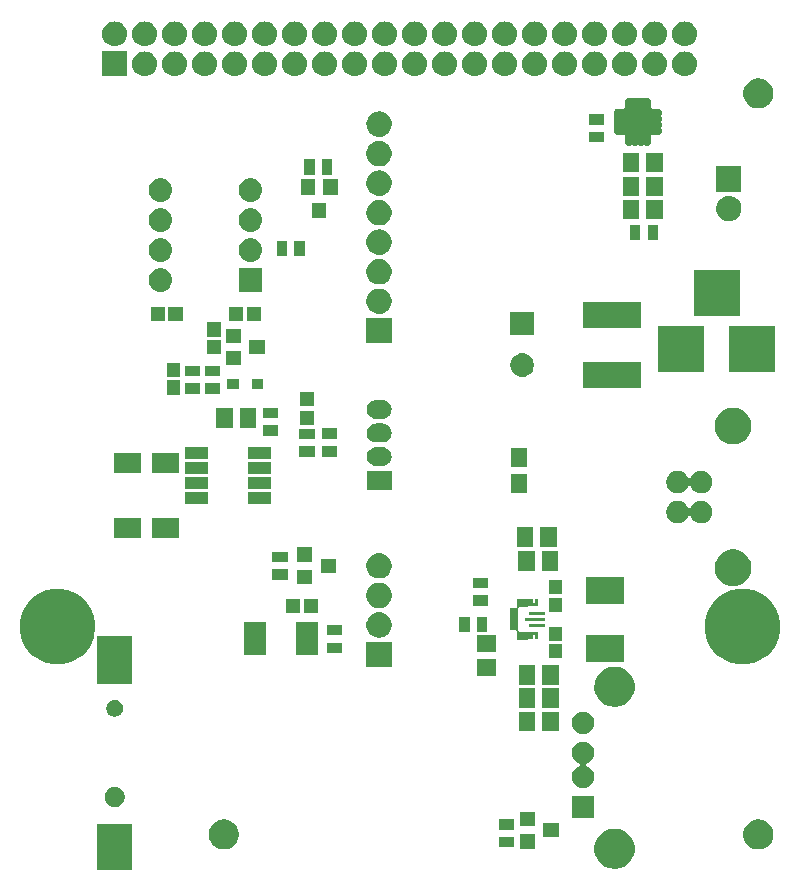
<source format=gbr>
G04 #@! TF.GenerationSoftware,KiCad,Pcbnew,5.1.2-f72e74a~84~ubuntu18.04.1*
G04 #@! TF.CreationDate,2019-05-05T12:37:34+12:00*
G04 #@! TF.ProjectId,pi-hat,70692d68-6174-42e6-9b69-6361645f7063,rev?*
G04 #@! TF.SameCoordinates,Original*
G04 #@! TF.FileFunction,Soldermask,Top*
G04 #@! TF.FilePolarity,Negative*
%FSLAX46Y46*%
G04 Gerber Fmt 4.6, Leading zero omitted, Abs format (unit mm)*
G04 Created by KiCad (PCBNEW 5.1.2-f72e74a~84~ubuntu18.04.1) date 2019-05-05 12:37:34*
%MOMM*%
%LPD*%
G04 APERTURE LIST*
%ADD10C,0.100000*%
G04 APERTURE END LIST*
D10*
G36*
X110000000Y-173270000D02*
G01*
X107000000Y-173270000D01*
X107000000Y-169330000D01*
X110000000Y-169330000D01*
X110000000Y-173270000D01*
X110000000Y-173270000D01*
G37*
G36*
X151161654Y-169792665D02*
G01*
X151325872Y-169825330D01*
X151635252Y-169953479D01*
X151913687Y-170139523D01*
X152150477Y-170376313D01*
X152336521Y-170654748D01*
X152464670Y-170964128D01*
X152530000Y-171292565D01*
X152530000Y-171627435D01*
X152464670Y-171955872D01*
X152336521Y-172265252D01*
X152150477Y-172543687D01*
X151913687Y-172780477D01*
X151635252Y-172966521D01*
X151325872Y-173094670D01*
X151161654Y-173127335D01*
X150997437Y-173160000D01*
X150662563Y-173160000D01*
X150498346Y-173127335D01*
X150334128Y-173094670D01*
X150024748Y-172966521D01*
X149746313Y-172780477D01*
X149509523Y-172543687D01*
X149323479Y-172265252D01*
X149195330Y-171955872D01*
X149130000Y-171627435D01*
X149130000Y-171292565D01*
X149195330Y-170964128D01*
X149323479Y-170654748D01*
X149509523Y-170376313D01*
X149746313Y-170139523D01*
X150024748Y-169953479D01*
X150334128Y-169825330D01*
X150498346Y-169792665D01*
X150662563Y-169760000D01*
X150997437Y-169760000D01*
X151161654Y-169792665D01*
X151161654Y-169792665D01*
G37*
G36*
X163247764Y-169004402D02*
G01*
X163370445Y-169028805D01*
X163601571Y-169124541D01*
X163706279Y-169194505D01*
X163809577Y-169263526D01*
X163986474Y-169440423D01*
X164125460Y-169648431D01*
X164221195Y-169879556D01*
X164270000Y-170124915D01*
X164270000Y-170375085D01*
X164221195Y-170620444D01*
X164125460Y-170851569D01*
X163986474Y-171059577D01*
X163809577Y-171236474D01*
X163706279Y-171305495D01*
X163601571Y-171375459D01*
X163370445Y-171471195D01*
X163247765Y-171495597D01*
X163125085Y-171520000D01*
X162874915Y-171520000D01*
X162752235Y-171495597D01*
X162629555Y-171471195D01*
X162398429Y-171375459D01*
X162293721Y-171305495D01*
X162190423Y-171236474D01*
X162013526Y-171059577D01*
X161874540Y-170851569D01*
X161778805Y-170620444D01*
X161730000Y-170375085D01*
X161730000Y-170124915D01*
X161778805Y-169879556D01*
X161874540Y-169648431D01*
X162013526Y-169440423D01*
X162190423Y-169263526D01*
X162293721Y-169194505D01*
X162398429Y-169124541D01*
X162629555Y-169028805D01*
X162752236Y-169004402D01*
X162874915Y-168980000D01*
X163125085Y-168980000D01*
X163247764Y-169004402D01*
X163247764Y-169004402D01*
G37*
G36*
X117997764Y-169004402D02*
G01*
X118120445Y-169028805D01*
X118351571Y-169124541D01*
X118456279Y-169194505D01*
X118559577Y-169263526D01*
X118736474Y-169440423D01*
X118875460Y-169648431D01*
X118971195Y-169879556D01*
X119020000Y-170124915D01*
X119020000Y-170375085D01*
X118971195Y-170620444D01*
X118875460Y-170851569D01*
X118736474Y-171059577D01*
X118559577Y-171236474D01*
X118456279Y-171305495D01*
X118351571Y-171375459D01*
X118120445Y-171471195D01*
X117997765Y-171495597D01*
X117875085Y-171520000D01*
X117624915Y-171520000D01*
X117502235Y-171495597D01*
X117379555Y-171471195D01*
X117148429Y-171375459D01*
X117043721Y-171305495D01*
X116940423Y-171236474D01*
X116763526Y-171059577D01*
X116624540Y-170851569D01*
X116528805Y-170620444D01*
X116480000Y-170375085D01*
X116480000Y-170124915D01*
X116528805Y-169879556D01*
X116624540Y-169648431D01*
X116763526Y-169440423D01*
X116940423Y-169263526D01*
X117043721Y-169194505D01*
X117148429Y-169124541D01*
X117379555Y-169028805D01*
X117502236Y-169004402D01*
X117624915Y-168980000D01*
X117875085Y-168980000D01*
X117997764Y-169004402D01*
X117997764Y-169004402D01*
G37*
G36*
X144110000Y-171450000D02*
G01*
X142810000Y-171450000D01*
X142810000Y-170250000D01*
X144110000Y-170250000D01*
X144110000Y-171450000D01*
X144110000Y-171450000D01*
G37*
G36*
X142310000Y-171350000D02*
G01*
X141010000Y-171350000D01*
X141010000Y-170450000D01*
X142310000Y-170450000D01*
X142310000Y-171350000D01*
X142310000Y-171350000D01*
G37*
G36*
X146110000Y-170500000D02*
G01*
X144810000Y-170500000D01*
X144810000Y-169300000D01*
X146110000Y-169300000D01*
X146110000Y-170500000D01*
X146110000Y-170500000D01*
G37*
G36*
X142310000Y-169850000D02*
G01*
X141010000Y-169850000D01*
X141010000Y-168950000D01*
X142310000Y-168950000D01*
X142310000Y-169850000D01*
X142310000Y-169850000D01*
G37*
G36*
X144110000Y-169550000D02*
G01*
X142810000Y-169550000D01*
X142810000Y-168350000D01*
X144110000Y-168350000D01*
X144110000Y-169550000D01*
X144110000Y-169550000D01*
G37*
G36*
X149110000Y-168850000D02*
G01*
X147210000Y-168850000D01*
X147210000Y-166950000D01*
X149110000Y-166950000D01*
X149110000Y-168850000D01*
X149110000Y-168850000D01*
G37*
G36*
X108747935Y-166252664D02*
G01*
X108902624Y-166316739D01*
X108902626Y-166316740D01*
X109041844Y-166409762D01*
X109160238Y-166528156D01*
X109253260Y-166667374D01*
X109253261Y-166667376D01*
X109317336Y-166822065D01*
X109350000Y-166986281D01*
X109350000Y-167153719D01*
X109317336Y-167317935D01*
X109253261Y-167472624D01*
X109253260Y-167472626D01*
X109160238Y-167611844D01*
X109041844Y-167730238D01*
X108902626Y-167823260D01*
X108902625Y-167823261D01*
X108902624Y-167823261D01*
X108747935Y-167887336D01*
X108583719Y-167920000D01*
X108416281Y-167920000D01*
X108252065Y-167887336D01*
X108097376Y-167823261D01*
X108097375Y-167823261D01*
X108097374Y-167823260D01*
X107958156Y-167730238D01*
X107839762Y-167611844D01*
X107746740Y-167472626D01*
X107746739Y-167472624D01*
X107682664Y-167317935D01*
X107650000Y-167153719D01*
X107650000Y-166986281D01*
X107682664Y-166822065D01*
X107746739Y-166667376D01*
X107746740Y-166667374D01*
X107839762Y-166528156D01*
X107958156Y-166409762D01*
X108097374Y-166316740D01*
X108097376Y-166316739D01*
X108252065Y-166252664D01*
X108416281Y-166220000D01*
X108583719Y-166220000D01*
X108747935Y-166252664D01*
X108747935Y-166252664D01*
G37*
G36*
X148345336Y-162398254D02*
G01*
X148437105Y-162416508D01*
X148609994Y-162488121D01*
X148765590Y-162592087D01*
X148897913Y-162724410D01*
X149001879Y-162880006D01*
X149073492Y-163052895D01*
X149110000Y-163236433D01*
X149110000Y-163423567D01*
X149073492Y-163607105D01*
X149001879Y-163779994D01*
X148897913Y-163935590D01*
X148765590Y-164067913D01*
X148609994Y-164171879D01*
X148470841Y-164229518D01*
X148449234Y-164241067D01*
X148430292Y-164256613D01*
X148414747Y-164275554D01*
X148403196Y-164297165D01*
X148396083Y-164320614D01*
X148393681Y-164345000D01*
X148396083Y-164369386D01*
X148403196Y-164392835D01*
X148414747Y-164414446D01*
X148430293Y-164433388D01*
X148449234Y-164448933D01*
X148470841Y-164460482D01*
X148609994Y-164518121D01*
X148765590Y-164622087D01*
X148897913Y-164754410D01*
X149001879Y-164910006D01*
X149073492Y-165082895D01*
X149110000Y-165266433D01*
X149110000Y-165453567D01*
X149073492Y-165637105D01*
X149001879Y-165809994D01*
X148897913Y-165965590D01*
X148765590Y-166097913D01*
X148609994Y-166201879D01*
X148437105Y-166273492D01*
X148345336Y-166291746D01*
X148253568Y-166310000D01*
X148066432Y-166310000D01*
X147974664Y-166291746D01*
X147882895Y-166273492D01*
X147710006Y-166201879D01*
X147554410Y-166097913D01*
X147422087Y-165965590D01*
X147318121Y-165809994D01*
X147246508Y-165637105D01*
X147210000Y-165453567D01*
X147210000Y-165266433D01*
X147246508Y-165082895D01*
X147318121Y-164910006D01*
X147422087Y-164754410D01*
X147554410Y-164622087D01*
X147710006Y-164518121D01*
X147849159Y-164460482D01*
X147870766Y-164448933D01*
X147889708Y-164433387D01*
X147905253Y-164414446D01*
X147916804Y-164392835D01*
X147923917Y-164369386D01*
X147926319Y-164345000D01*
X147923917Y-164320614D01*
X147916804Y-164297165D01*
X147905253Y-164275554D01*
X147889707Y-164256612D01*
X147870766Y-164241067D01*
X147849159Y-164229518D01*
X147710006Y-164171879D01*
X147554410Y-164067913D01*
X147422087Y-163935590D01*
X147318121Y-163779994D01*
X147246508Y-163607105D01*
X147210000Y-163423567D01*
X147210000Y-163236433D01*
X147246508Y-163052895D01*
X147318121Y-162880006D01*
X147422087Y-162724410D01*
X147554410Y-162592087D01*
X147710006Y-162488121D01*
X147882895Y-162416508D01*
X147974664Y-162398254D01*
X148066432Y-162380000D01*
X148253568Y-162380000D01*
X148345336Y-162398254D01*
X148345336Y-162398254D01*
G37*
G36*
X148345336Y-159858254D02*
G01*
X148437105Y-159876508D01*
X148609994Y-159948121D01*
X148765590Y-160052087D01*
X148897913Y-160184410D01*
X149001879Y-160340006D01*
X149073492Y-160512895D01*
X149110000Y-160696433D01*
X149110000Y-160883567D01*
X149073492Y-161067105D01*
X149001879Y-161239994D01*
X148897913Y-161395590D01*
X148765590Y-161527913D01*
X148609994Y-161631879D01*
X148437105Y-161703492D01*
X148345336Y-161721746D01*
X148253568Y-161740000D01*
X148066432Y-161740000D01*
X147974664Y-161721746D01*
X147882895Y-161703492D01*
X147710006Y-161631879D01*
X147554410Y-161527913D01*
X147422087Y-161395590D01*
X147318121Y-161239994D01*
X147246508Y-161067105D01*
X147210000Y-160883567D01*
X147210000Y-160696433D01*
X147246508Y-160512895D01*
X147318121Y-160340006D01*
X147422087Y-160184410D01*
X147554410Y-160052087D01*
X147710006Y-159948121D01*
X147882895Y-159876508D01*
X147974664Y-159858254D01*
X148066432Y-159840000D01*
X148253568Y-159840000D01*
X148345336Y-159858254D01*
X148345336Y-159858254D01*
G37*
G36*
X146127569Y-161496728D02*
G01*
X144727569Y-161496728D01*
X144727569Y-159846728D01*
X146127569Y-159846728D01*
X146127569Y-161496728D01*
X146127569Y-161496728D01*
G37*
G36*
X144127569Y-161496728D02*
G01*
X142727569Y-161496728D01*
X142727569Y-159846728D01*
X144127569Y-159846728D01*
X144127569Y-161496728D01*
X144127569Y-161496728D01*
G37*
G36*
X108704182Y-158896900D02*
G01*
X108831573Y-158949667D01*
X108831574Y-158949668D01*
X108946224Y-159026274D01*
X109043726Y-159123776D01*
X109043727Y-159123778D01*
X109120333Y-159238427D01*
X109173100Y-159365818D01*
X109200000Y-159501055D01*
X109200000Y-159638945D01*
X109173100Y-159774182D01*
X109120333Y-159901573D01*
X109120332Y-159901574D01*
X109043726Y-160016224D01*
X108946224Y-160113726D01*
X108888510Y-160152289D01*
X108831573Y-160190333D01*
X108704182Y-160243100D01*
X108568945Y-160270000D01*
X108431055Y-160270000D01*
X108295818Y-160243100D01*
X108168427Y-160190333D01*
X108111490Y-160152289D01*
X108053776Y-160113726D01*
X107956274Y-160016224D01*
X107879668Y-159901574D01*
X107879667Y-159901573D01*
X107826900Y-159774182D01*
X107800000Y-159638945D01*
X107800000Y-159501055D01*
X107826900Y-159365818D01*
X107879667Y-159238427D01*
X107956273Y-159123778D01*
X107956274Y-159123776D01*
X108053776Y-159026274D01*
X108168426Y-158949668D01*
X108168427Y-158949667D01*
X108295818Y-158896900D01*
X108431055Y-158870000D01*
X108568945Y-158870000D01*
X108704182Y-158896900D01*
X108704182Y-158896900D01*
G37*
G36*
X146127568Y-159528228D02*
G01*
X144727568Y-159528228D01*
X144727568Y-157878228D01*
X146127568Y-157878228D01*
X146127568Y-159528228D01*
X146127568Y-159528228D01*
G37*
G36*
X144127568Y-159528228D02*
G01*
X142727568Y-159528228D01*
X142727568Y-157878228D01*
X144127568Y-157878228D01*
X144127568Y-159528228D01*
X144127568Y-159528228D01*
G37*
G36*
X151161654Y-156072665D02*
G01*
X151325872Y-156105330D01*
X151635252Y-156233479D01*
X151913687Y-156419523D01*
X152150477Y-156656313D01*
X152336521Y-156934748D01*
X152464670Y-157244128D01*
X152464670Y-157244130D01*
X152521534Y-157530000D01*
X152530000Y-157572565D01*
X152530000Y-157907435D01*
X152464670Y-158235872D01*
X152336521Y-158545252D01*
X152150477Y-158823687D01*
X151913687Y-159060477D01*
X151635252Y-159246521D01*
X151325872Y-159374670D01*
X151161653Y-159407335D01*
X150997437Y-159440000D01*
X150662563Y-159440000D01*
X150498347Y-159407335D01*
X150334128Y-159374670D01*
X150024748Y-159246521D01*
X149746313Y-159060477D01*
X149509523Y-158823687D01*
X149323479Y-158545252D01*
X149195330Y-158235872D01*
X149130000Y-157907435D01*
X149130000Y-157572565D01*
X149138467Y-157530000D01*
X149195330Y-157244130D01*
X149195330Y-157244128D01*
X149323479Y-156934748D01*
X149509523Y-156656313D01*
X149746313Y-156419523D01*
X150024748Y-156233479D01*
X150334128Y-156105330D01*
X150498346Y-156072665D01*
X150662563Y-156040000D01*
X150997437Y-156040000D01*
X151161654Y-156072665D01*
X151161654Y-156072665D01*
G37*
G36*
X146127569Y-157559728D02*
G01*
X144727569Y-157559728D01*
X144727569Y-155909728D01*
X146127569Y-155909728D01*
X146127569Y-157559728D01*
X146127569Y-157559728D01*
G37*
G36*
X144127569Y-157559728D02*
G01*
X142727569Y-157559728D01*
X142727569Y-155909728D01*
X144127569Y-155909728D01*
X144127569Y-157559728D01*
X144127569Y-157559728D01*
G37*
G36*
X110000000Y-157530000D02*
G01*
X107000000Y-157530000D01*
X107000000Y-153530480D01*
X106997598Y-153506094D01*
X106990485Y-153482645D01*
X106983726Y-153470000D01*
X110000000Y-153470000D01*
X110000000Y-157530000D01*
X110000000Y-157530000D01*
G37*
G36*
X140825000Y-156800000D02*
G01*
X139175000Y-156800000D01*
X139175000Y-155400000D01*
X140825000Y-155400000D01*
X140825000Y-156800000D01*
X140825000Y-156800000D01*
G37*
G36*
X131975000Y-156075000D02*
G01*
X129825000Y-156075000D01*
X129825000Y-153925000D01*
X131975000Y-153925000D01*
X131975000Y-156075000D01*
X131975000Y-156075000D01*
G37*
G36*
X104593404Y-149572974D02*
G01*
X105175767Y-149814196D01*
X105175768Y-149814197D01*
X105699881Y-150164398D01*
X106145602Y-150610119D01*
X106350806Y-150917228D01*
X106495804Y-151134233D01*
X106737026Y-151716596D01*
X106860000Y-152334826D01*
X106860000Y-152965174D01*
X106789298Y-153320615D01*
X106786896Y-153345001D01*
X106789298Y-153369387D01*
X106796411Y-153392836D01*
X106807962Y-153414447D01*
X106814130Y-153421963D01*
X106805555Y-153426547D01*
X106786613Y-153442092D01*
X106771068Y-153461034D01*
X106759517Y-153482645D01*
X106752404Y-153506094D01*
X106737026Y-153583404D01*
X106495804Y-154165767D01*
X106379599Y-154339679D01*
X106145602Y-154689881D01*
X105699881Y-155135602D01*
X105382412Y-155347728D01*
X105175767Y-155485804D01*
X104593404Y-155727026D01*
X103975174Y-155850000D01*
X103344826Y-155850000D01*
X102726596Y-155727026D01*
X102144233Y-155485804D01*
X101937588Y-155347728D01*
X101620119Y-155135602D01*
X101174398Y-154689881D01*
X100940401Y-154339679D01*
X100824196Y-154165767D01*
X100582974Y-153583404D01*
X100460000Y-152965174D01*
X100460000Y-152334826D01*
X100582974Y-151716596D01*
X100824196Y-151134233D01*
X100969194Y-150917228D01*
X101174398Y-150610119D01*
X101620119Y-150164398D01*
X102144232Y-149814197D01*
X102144233Y-149814196D01*
X102726596Y-149572974D01*
X103344826Y-149450000D01*
X103975174Y-149450000D01*
X104593404Y-149572974D01*
X104593404Y-149572974D01*
G37*
G36*
X162593404Y-149572974D02*
G01*
X163175767Y-149814196D01*
X163175768Y-149814197D01*
X163699881Y-150164398D01*
X164145602Y-150610119D01*
X164350806Y-150917228D01*
X164495804Y-151134233D01*
X164737026Y-151716596D01*
X164860000Y-152334826D01*
X164860000Y-152965174D01*
X164737026Y-153583404D01*
X164495804Y-154165767D01*
X164379599Y-154339679D01*
X164145602Y-154689881D01*
X163699881Y-155135602D01*
X163382412Y-155347728D01*
X163175767Y-155485804D01*
X162593404Y-155727026D01*
X161975174Y-155850000D01*
X161344826Y-155850000D01*
X160726596Y-155727026D01*
X160144233Y-155485804D01*
X159937588Y-155347728D01*
X159620119Y-155135602D01*
X159174398Y-154689881D01*
X158940401Y-154339679D01*
X158824196Y-154165767D01*
X158582974Y-153583404D01*
X158460000Y-152965174D01*
X158460000Y-152334826D01*
X158582974Y-151716596D01*
X158824196Y-151134233D01*
X158969194Y-150917228D01*
X159174398Y-150610119D01*
X159620119Y-150164398D01*
X160144232Y-149814197D01*
X160144233Y-149814196D01*
X160726596Y-149572974D01*
X161344826Y-149450000D01*
X161975174Y-149450000D01*
X162593404Y-149572974D01*
X162593404Y-149572974D01*
G37*
G36*
X151635568Y-155629229D02*
G01*
X148435568Y-155629229D01*
X148435568Y-153329229D01*
X151635568Y-153329229D01*
X151635568Y-155629229D01*
X151635568Y-155629229D01*
G37*
G36*
X146419568Y-155347728D02*
G01*
X145269568Y-155347728D01*
X145269568Y-154147728D01*
X146419568Y-154147728D01*
X146419568Y-155347728D01*
X146419568Y-155347728D01*
G37*
G36*
X121325000Y-155075000D02*
G01*
X119475000Y-155075000D01*
X119475000Y-152275000D01*
X121325000Y-152275000D01*
X121325000Y-155075000D01*
X121325000Y-155075000D01*
G37*
G36*
X125725000Y-155075000D02*
G01*
X123875000Y-155075000D01*
X123875000Y-152275000D01*
X125725000Y-152275000D01*
X125725000Y-155075000D01*
X125725000Y-155075000D01*
G37*
G36*
X127750000Y-154900000D02*
G01*
X126450000Y-154900000D01*
X126450000Y-154000000D01*
X127750000Y-154000000D01*
X127750000Y-154900000D01*
X127750000Y-154900000D01*
G37*
G36*
X140825000Y-154800000D02*
G01*
X139175000Y-154800000D01*
X139175000Y-153400000D01*
X140825000Y-153400000D01*
X140825000Y-154800000D01*
X140825000Y-154800000D01*
G37*
G36*
X146419568Y-153847728D02*
G01*
X145269568Y-153847728D01*
X145269568Y-152647728D01*
X146419568Y-152647728D01*
X146419568Y-153847728D01*
X146419568Y-153847728D01*
G37*
G36*
X142935419Y-150287671D02*
G01*
X142941003Y-150290655D01*
X142948134Y-150295421D01*
X142970772Y-150304800D01*
X142994805Y-150309583D01*
X143019309Y-150309585D01*
X143043343Y-150304807D01*
X143065982Y-150295432D01*
X143073122Y-150290661D01*
X143078717Y-150287671D01*
X143083209Y-150287228D01*
X143430927Y-150287228D01*
X143433554Y-150287487D01*
X143436100Y-150292250D01*
X143449714Y-150312624D01*
X143467041Y-150329951D01*
X143487415Y-150343565D01*
X143510054Y-150352942D01*
X143534087Y-150357723D01*
X143558591Y-150357723D01*
X143582625Y-150352943D01*
X143605264Y-150343566D01*
X143614750Y-150337228D01*
X143882068Y-150337228D01*
X143882068Y-150562229D01*
X143884470Y-150586615D01*
X143891583Y-150610064D01*
X143903134Y-150631675D01*
X143918679Y-150650617D01*
X143937621Y-150666162D01*
X143959232Y-150677713D01*
X143982681Y-150684826D01*
X144007067Y-150687228D01*
X144007069Y-150687228D01*
X144031455Y-150684826D01*
X144054904Y-150677713D01*
X144076515Y-150666162D01*
X144095457Y-150650617D01*
X144111002Y-150631675D01*
X144122553Y-150610064D01*
X144129666Y-150586615D01*
X144132068Y-150562229D01*
X144132068Y-150337228D01*
X144382068Y-150337228D01*
X144382068Y-150937228D01*
X143614748Y-150937228D01*
X143605257Y-150930887D01*
X143582618Y-150921511D01*
X143558584Y-150916732D01*
X143534080Y-150916734D01*
X143510047Y-150921516D01*
X143487409Y-150930894D01*
X143467035Y-150944510D01*
X143449709Y-150961838D01*
X143436100Y-150982206D01*
X143433554Y-150986969D01*
X143430927Y-150987228D01*
X143083209Y-150987228D01*
X143078717Y-150986785D01*
X143073133Y-150983801D01*
X143066002Y-150979035D01*
X143043364Y-150969656D01*
X143019331Y-150964873D01*
X142994827Y-150964871D01*
X142970793Y-150969649D01*
X142948154Y-150979024D01*
X142941014Y-150983795D01*
X142935419Y-150986785D01*
X142930927Y-150987228D01*
X142807067Y-150987228D01*
X142782681Y-150989630D01*
X142759232Y-150996743D01*
X142737621Y-151008294D01*
X142718679Y-151023839D01*
X142703134Y-151042781D01*
X142691583Y-151064392D01*
X142684470Y-151087841D01*
X142682068Y-151112227D01*
X142682068Y-151461087D01*
X142681625Y-151465579D01*
X142678641Y-151471163D01*
X142673875Y-151478294D01*
X142664496Y-151500932D01*
X142659713Y-151524965D01*
X142659711Y-151549469D01*
X142664489Y-151573503D01*
X142673864Y-151596142D01*
X142678635Y-151603282D01*
X142681625Y-151608877D01*
X142682068Y-151613369D01*
X142682068Y-151961087D01*
X142681625Y-151965579D01*
X142678641Y-151971163D01*
X142673875Y-151978294D01*
X142664496Y-152000932D01*
X142659713Y-152024965D01*
X142659711Y-152049469D01*
X142664489Y-152073503D01*
X142673864Y-152096142D01*
X142678635Y-152103282D01*
X142681625Y-152108877D01*
X142682068Y-152113369D01*
X142682068Y-152461087D01*
X142681625Y-152465579D01*
X142678641Y-152471163D01*
X142673875Y-152478294D01*
X142664496Y-152500932D01*
X142659713Y-152524965D01*
X142659711Y-152549469D01*
X142664489Y-152573503D01*
X142673864Y-152596142D01*
X142678635Y-152603282D01*
X142681625Y-152608877D01*
X142682068Y-152613369D01*
X142682068Y-152962229D01*
X142684470Y-152986615D01*
X142691583Y-153010064D01*
X142703134Y-153031675D01*
X142718679Y-153050617D01*
X142737621Y-153066162D01*
X142759232Y-153077713D01*
X142782681Y-153084826D01*
X142807067Y-153087228D01*
X142930927Y-153087228D01*
X142935419Y-153087671D01*
X142941003Y-153090655D01*
X142948134Y-153095421D01*
X142970772Y-153104800D01*
X142994805Y-153109583D01*
X143019309Y-153109585D01*
X143043343Y-153104807D01*
X143065982Y-153095432D01*
X143073122Y-153090661D01*
X143078717Y-153087671D01*
X143083209Y-153087228D01*
X143430927Y-153087228D01*
X143433554Y-153087487D01*
X143436100Y-153092250D01*
X143449714Y-153112624D01*
X143467041Y-153129951D01*
X143487415Y-153143565D01*
X143510054Y-153152942D01*
X143534087Y-153157723D01*
X143558591Y-153157723D01*
X143582625Y-153152943D01*
X143605264Y-153143566D01*
X143614750Y-153137228D01*
X144382068Y-153137228D01*
X144382068Y-153737228D01*
X144132068Y-153737228D01*
X144132068Y-153512227D01*
X144129666Y-153487841D01*
X144122553Y-153464392D01*
X144111002Y-153442781D01*
X144095457Y-153423839D01*
X144076515Y-153408294D01*
X144054904Y-153396743D01*
X144031455Y-153389630D01*
X144007069Y-153387228D01*
X144007067Y-153387228D01*
X143982681Y-153389630D01*
X143959232Y-153396743D01*
X143937621Y-153408294D01*
X143918679Y-153423839D01*
X143903134Y-153442781D01*
X143891583Y-153464392D01*
X143884470Y-153487841D01*
X143882068Y-153512227D01*
X143882068Y-153737228D01*
X143614748Y-153737228D01*
X143605257Y-153730887D01*
X143582618Y-153721511D01*
X143558584Y-153716732D01*
X143534080Y-153716734D01*
X143510047Y-153721516D01*
X143487409Y-153730894D01*
X143467035Y-153744510D01*
X143449709Y-153761838D01*
X143436100Y-153782206D01*
X143433554Y-153786969D01*
X143430927Y-153787228D01*
X143083209Y-153787228D01*
X143078717Y-153786785D01*
X143073133Y-153783801D01*
X143066002Y-153779035D01*
X143043364Y-153769656D01*
X143019331Y-153764873D01*
X142994827Y-153764871D01*
X142970793Y-153769649D01*
X142948154Y-153779024D01*
X142941014Y-153783795D01*
X142935419Y-153786785D01*
X142930927Y-153787228D01*
X142583209Y-153787228D01*
X142582170Y-153787126D01*
X142582068Y-153786087D01*
X142582068Y-153087227D01*
X142579666Y-153062841D01*
X142572553Y-153039392D01*
X142561002Y-153017781D01*
X142545457Y-152998839D01*
X142526515Y-152983294D01*
X142504904Y-152971743D01*
X142481455Y-152964630D01*
X142457069Y-152962228D01*
X141983209Y-152962228D01*
X141982170Y-152962126D01*
X141982068Y-152961087D01*
X141982068Y-152613369D01*
X141982511Y-152608877D01*
X141985495Y-152603293D01*
X141990261Y-152596162D01*
X141999640Y-152573524D01*
X142004423Y-152549491D01*
X142004425Y-152524987D01*
X141999647Y-152500953D01*
X141990272Y-152478314D01*
X141985501Y-152471174D01*
X141982511Y-152465579D01*
X141982068Y-152461087D01*
X141982068Y-152113369D01*
X141982511Y-152108877D01*
X141985495Y-152103293D01*
X141990261Y-152096162D01*
X141999640Y-152073524D01*
X142004423Y-152049491D01*
X142004425Y-152024987D01*
X141999647Y-152000953D01*
X141990272Y-151978314D01*
X141985501Y-151971174D01*
X141982511Y-151965579D01*
X141982068Y-151961087D01*
X141982068Y-151613369D01*
X141982511Y-151608877D01*
X141985495Y-151603293D01*
X141990261Y-151596162D01*
X141999640Y-151573524D01*
X142004423Y-151549491D01*
X142004425Y-151524987D01*
X141999647Y-151500953D01*
X141990272Y-151478314D01*
X141985501Y-151471174D01*
X141982511Y-151465579D01*
X141982068Y-151461087D01*
X141982068Y-151113369D01*
X141982170Y-151112330D01*
X141983209Y-151112228D01*
X142457069Y-151112228D01*
X142481455Y-151109826D01*
X142504904Y-151102713D01*
X142526515Y-151091162D01*
X142545457Y-151075617D01*
X142561002Y-151056675D01*
X142572553Y-151035064D01*
X142579666Y-151011615D01*
X142582068Y-150987229D01*
X142582068Y-150288369D01*
X142582170Y-150287330D01*
X142583209Y-150287228D01*
X142930927Y-150287228D01*
X142935419Y-150287671D01*
X142935419Y-150287671D01*
G37*
G36*
X131089960Y-151441725D02*
G01*
X131213566Y-151466312D01*
X131242541Y-151478314D01*
X131409203Y-151547347D01*
X131585272Y-151664993D01*
X131735007Y-151814728D01*
X131852653Y-151990797D01*
X131886919Y-152073524D01*
X131931946Y-152182228D01*
X131933688Y-152186435D01*
X131975000Y-152394121D01*
X131975000Y-152605879D01*
X131933688Y-152813565D01*
X131852653Y-153009203D01*
X131735007Y-153185272D01*
X131585272Y-153335007D01*
X131409203Y-153452653D01*
X131270866Y-153509953D01*
X131213566Y-153533688D01*
X131109722Y-153554344D01*
X131005879Y-153575000D01*
X130794121Y-153575000D01*
X130690278Y-153554344D01*
X130586434Y-153533688D01*
X130529134Y-153509953D01*
X130390797Y-153452653D01*
X130214728Y-153335007D01*
X130064993Y-153185272D01*
X129947347Y-153009203D01*
X129866312Y-152813565D01*
X129825000Y-152605879D01*
X129825000Y-152394121D01*
X129866312Y-152186435D01*
X129868055Y-152182228D01*
X129913081Y-152073524D01*
X129947347Y-151990797D01*
X130064993Y-151814728D01*
X130214728Y-151664993D01*
X130390797Y-151547347D01*
X130557459Y-151478314D01*
X130586434Y-151466312D01*
X130710040Y-151441725D01*
X130794121Y-151425000D01*
X131005879Y-151425000D01*
X131089960Y-151441725D01*
X131089960Y-151441725D01*
G37*
G36*
X127750000Y-153400000D02*
G01*
X126450000Y-153400000D01*
X126450000Y-152500000D01*
X127750000Y-152500000D01*
X127750000Y-153400000D01*
X127750000Y-153400000D01*
G37*
G36*
X138550000Y-153100000D02*
G01*
X137650000Y-153100000D01*
X137650000Y-151800000D01*
X138550000Y-151800000D01*
X138550000Y-153100000D01*
X138550000Y-153100000D01*
G37*
G36*
X140050000Y-153100000D02*
G01*
X139150000Y-153100000D01*
X139150000Y-151800000D01*
X140050000Y-151800000D01*
X140050000Y-153100000D01*
X140050000Y-153100000D01*
G37*
G36*
X144932068Y-152662228D02*
G01*
X143582068Y-152662228D01*
X143582068Y-152412228D01*
X144932068Y-152412228D01*
X144932068Y-152662228D01*
X144932068Y-152662228D01*
G37*
G36*
X144932068Y-152162228D02*
G01*
X143232068Y-152162228D01*
X143232068Y-151912228D01*
X144932068Y-151912228D01*
X144932068Y-152162228D01*
X144932068Y-152162228D01*
G37*
G36*
X144932068Y-151662228D02*
G01*
X143582068Y-151662228D01*
X143582068Y-151412228D01*
X144932068Y-151412228D01*
X144932068Y-151662228D01*
X144932068Y-151662228D01*
G37*
G36*
X125700000Y-151475000D02*
G01*
X124500000Y-151475000D01*
X124500000Y-150325000D01*
X125700000Y-150325000D01*
X125700000Y-151475000D01*
X125700000Y-151475000D01*
G37*
G36*
X124200000Y-151475000D02*
G01*
X123000000Y-151475000D01*
X123000000Y-150325000D01*
X124200000Y-150325000D01*
X124200000Y-151475000D01*
X124200000Y-151475000D01*
G37*
G36*
X146419569Y-151410728D02*
G01*
X145269569Y-151410728D01*
X145269569Y-150210728D01*
X146419569Y-150210728D01*
X146419569Y-151410728D01*
X146419569Y-151410728D01*
G37*
G36*
X131109722Y-148945656D02*
G01*
X131213566Y-148966312D01*
X131270866Y-148990047D01*
X131409203Y-149047347D01*
X131585272Y-149164993D01*
X131735007Y-149314728D01*
X131852653Y-149490797D01*
X131909953Y-149629134D01*
X131933688Y-149686434D01*
X131975000Y-149894122D01*
X131975000Y-150105878D01*
X131933688Y-150313566D01*
X131911102Y-150368094D01*
X131852653Y-150509203D01*
X131735007Y-150685272D01*
X131585272Y-150835007D01*
X131409203Y-150952653D01*
X131302759Y-150996743D01*
X131213566Y-151033688D01*
X131109722Y-151054344D01*
X131005879Y-151075000D01*
X130794121Y-151075000D01*
X130690278Y-151054344D01*
X130586434Y-151033688D01*
X130497241Y-150996743D01*
X130390797Y-150952653D01*
X130214728Y-150835007D01*
X130064993Y-150685272D01*
X129947347Y-150509203D01*
X129888898Y-150368094D01*
X129866312Y-150313566D01*
X129825000Y-150105878D01*
X129825000Y-149894122D01*
X129866312Y-149686434D01*
X129890047Y-149629134D01*
X129947347Y-149490797D01*
X130064993Y-149314728D01*
X130214728Y-149164993D01*
X130390797Y-149047347D01*
X130529134Y-148990047D01*
X130586434Y-148966312D01*
X130690278Y-148945656D01*
X130794121Y-148925000D01*
X131005879Y-148925000D01*
X131109722Y-148945656D01*
X131109722Y-148945656D01*
G37*
G36*
X140150000Y-150900000D02*
G01*
X138850000Y-150900000D01*
X138850000Y-150000000D01*
X140150000Y-150000000D01*
X140150000Y-150900000D01*
X140150000Y-150900000D01*
G37*
G36*
X151635568Y-150729229D02*
G01*
X148435568Y-150729229D01*
X148435568Y-148429229D01*
X151635568Y-148429229D01*
X151635568Y-150729229D01*
X151635568Y-150729229D01*
G37*
G36*
X146419569Y-149910728D02*
G01*
X145269569Y-149910728D01*
X145269569Y-148710728D01*
X146419569Y-148710728D01*
X146419569Y-149910728D01*
X146419569Y-149910728D01*
G37*
G36*
X140150000Y-149400000D02*
G01*
X138850000Y-149400000D01*
X138850000Y-148500000D01*
X140150000Y-148500000D01*
X140150000Y-149400000D01*
X140150000Y-149400000D01*
G37*
G36*
X161162390Y-146149783D02*
G01*
X161312118Y-146179565D01*
X161428960Y-146227963D01*
X161594199Y-146296407D01*
X161594200Y-146296408D01*
X161848068Y-146466036D01*
X162063964Y-146681932D01*
X162152695Y-146814728D01*
X162233593Y-146935801D01*
X162256373Y-146990797D01*
X162350435Y-147217882D01*
X162410000Y-147517338D01*
X162410000Y-147822662D01*
X162350435Y-148122118D01*
X162302037Y-148238960D01*
X162233593Y-148404199D01*
X162201218Y-148452652D01*
X162063964Y-148658068D01*
X161848068Y-148873964D01*
X161709858Y-148966312D01*
X161594199Y-149043593D01*
X161428960Y-149112037D01*
X161312118Y-149160435D01*
X161162390Y-149190218D01*
X161012663Y-149220000D01*
X160707337Y-149220000D01*
X160557610Y-149190218D01*
X160407882Y-149160435D01*
X160291040Y-149112037D01*
X160125801Y-149043593D01*
X160010142Y-148966312D01*
X159871932Y-148873964D01*
X159656036Y-148658068D01*
X159518782Y-148452652D01*
X159486407Y-148404199D01*
X159417963Y-148238960D01*
X159369565Y-148122118D01*
X159310000Y-147822662D01*
X159310000Y-147517338D01*
X159369565Y-147217882D01*
X159463627Y-146990797D01*
X159486407Y-146935801D01*
X159567305Y-146814728D01*
X159656036Y-146681932D01*
X159871932Y-146466036D01*
X160125800Y-146296408D01*
X160125801Y-146296407D01*
X160291040Y-146227963D01*
X160407882Y-146179565D01*
X160557610Y-146149783D01*
X160707337Y-146120000D01*
X161012663Y-146120000D01*
X161162390Y-146149783D01*
X161162390Y-146149783D01*
G37*
G36*
X125250000Y-149050000D02*
G01*
X123950000Y-149050000D01*
X123950000Y-147850000D01*
X125250000Y-147850000D01*
X125250000Y-149050000D01*
X125250000Y-149050000D01*
G37*
G36*
X123150000Y-148700000D02*
G01*
X121850000Y-148700000D01*
X121850000Y-147800000D01*
X123150000Y-147800000D01*
X123150000Y-148700000D01*
X123150000Y-148700000D01*
G37*
G36*
X131109722Y-146445656D02*
G01*
X131213566Y-146466312D01*
X131270866Y-146490047D01*
X131409203Y-146547347D01*
X131585272Y-146664993D01*
X131735007Y-146814728D01*
X131852653Y-146990797D01*
X131933688Y-147186435D01*
X131975000Y-147394121D01*
X131975000Y-147605879D01*
X131933688Y-147813565D01*
X131852653Y-148009203D01*
X131735007Y-148185272D01*
X131585272Y-148335007D01*
X131409203Y-148452653D01*
X131294896Y-148500000D01*
X131213566Y-148533688D01*
X131109722Y-148554344D01*
X131005879Y-148575000D01*
X130794121Y-148575000D01*
X130690278Y-148554344D01*
X130586434Y-148533688D01*
X130505104Y-148500000D01*
X130390797Y-148452653D01*
X130214728Y-148335007D01*
X130064993Y-148185272D01*
X129947347Y-148009203D01*
X129866312Y-147813565D01*
X129825000Y-147605879D01*
X129825000Y-147394121D01*
X129866312Y-147186435D01*
X129947347Y-146990797D01*
X130064993Y-146814728D01*
X130214728Y-146664993D01*
X130390797Y-146547347D01*
X130529134Y-146490047D01*
X130586434Y-146466312D01*
X130690278Y-146445656D01*
X130794121Y-146425000D01*
X131005879Y-146425000D01*
X131109722Y-146445656D01*
X131109722Y-146445656D01*
G37*
G36*
X127250000Y-148100000D02*
G01*
X125950000Y-148100000D01*
X125950000Y-146900000D01*
X127250000Y-146900000D01*
X127250000Y-148100000D01*
X127250000Y-148100000D01*
G37*
G36*
X144064068Y-147903729D02*
G01*
X142664068Y-147903729D01*
X142664068Y-146253729D01*
X144064068Y-146253729D01*
X144064068Y-147903729D01*
X144064068Y-147903729D01*
G37*
G36*
X146064068Y-147903729D02*
G01*
X144664068Y-147903729D01*
X144664068Y-146253729D01*
X146064068Y-146253729D01*
X146064068Y-147903729D01*
X146064068Y-147903729D01*
G37*
G36*
X123150000Y-147200000D02*
G01*
X121850000Y-147200000D01*
X121850000Y-146300000D01*
X123150000Y-146300000D01*
X123150000Y-147200000D01*
X123150000Y-147200000D01*
G37*
G36*
X125250000Y-147150000D02*
G01*
X123950000Y-147150000D01*
X123950000Y-145950000D01*
X125250000Y-145950000D01*
X125250000Y-147150000D01*
X125250000Y-147150000D01*
G37*
G36*
X143950000Y-145875000D02*
G01*
X142550000Y-145875000D01*
X142550000Y-144225000D01*
X143950000Y-144225000D01*
X143950000Y-145875000D01*
X143950000Y-145875000D01*
G37*
G36*
X145950000Y-145875000D02*
G01*
X144550000Y-145875000D01*
X144550000Y-144225000D01*
X145950000Y-144225000D01*
X145950000Y-145875000D01*
X145950000Y-145875000D01*
G37*
G36*
X113950000Y-145150000D02*
G01*
X111650000Y-145150000D01*
X111650000Y-143450000D01*
X113950000Y-143450000D01*
X113950000Y-145150000D01*
X113950000Y-145150000D01*
G37*
G36*
X110750000Y-145150000D02*
G01*
X108450000Y-145150000D01*
X108450000Y-143450000D01*
X110750000Y-143450000D01*
X110750000Y-145150000D01*
X110750000Y-145150000D01*
G37*
G36*
X156347287Y-141998446D02*
G01*
X156440022Y-142016892D01*
X156614731Y-142089259D01*
X156771964Y-142194319D01*
X156905681Y-142328036D01*
X157010742Y-142485270D01*
X157044516Y-142566809D01*
X157056067Y-142588419D01*
X157071612Y-142607361D01*
X157090554Y-142622907D01*
X157112165Y-142634458D01*
X157135614Y-142641571D01*
X157160000Y-142643973D01*
X157184386Y-142641571D01*
X157207835Y-142634458D01*
X157229445Y-142622907D01*
X157248387Y-142607362D01*
X157263933Y-142588420D01*
X157275484Y-142566809D01*
X157309258Y-142485270D01*
X157414319Y-142328036D01*
X157548036Y-142194319D01*
X157705269Y-142089259D01*
X157879978Y-142016892D01*
X157972713Y-141998446D01*
X158065447Y-141980000D01*
X158254553Y-141980000D01*
X158347287Y-141998446D01*
X158440022Y-142016892D01*
X158614731Y-142089259D01*
X158771964Y-142194319D01*
X158905681Y-142328036D01*
X159010741Y-142485269D01*
X159083108Y-142659978D01*
X159120000Y-142845448D01*
X159120000Y-143034552D01*
X159083108Y-143220022D01*
X159010741Y-143394731D01*
X158905681Y-143551964D01*
X158771964Y-143685681D01*
X158614731Y-143790741D01*
X158440022Y-143863108D01*
X158347287Y-143881554D01*
X158254553Y-143900000D01*
X158065447Y-143900000D01*
X157972713Y-143881554D01*
X157879978Y-143863108D01*
X157705269Y-143790741D01*
X157548036Y-143685681D01*
X157414319Y-143551964D01*
X157309258Y-143394730D01*
X157275484Y-143313191D01*
X157263933Y-143291581D01*
X157248388Y-143272639D01*
X157229446Y-143257093D01*
X157207835Y-143245542D01*
X157184386Y-143238429D01*
X157160000Y-143236027D01*
X157135614Y-143238429D01*
X157112165Y-143245542D01*
X157090555Y-143257093D01*
X157071613Y-143272638D01*
X157056067Y-143291580D01*
X157044516Y-143313191D01*
X157010742Y-143394730D01*
X156905681Y-143551964D01*
X156771964Y-143685681D01*
X156614731Y-143790741D01*
X156440022Y-143863108D01*
X156347287Y-143881554D01*
X156254553Y-143900000D01*
X156065447Y-143900000D01*
X155972713Y-143881554D01*
X155879978Y-143863108D01*
X155705269Y-143790741D01*
X155548036Y-143685681D01*
X155414319Y-143551964D01*
X155309259Y-143394731D01*
X155236892Y-143220022D01*
X155200000Y-143034552D01*
X155200000Y-142845448D01*
X155236892Y-142659978D01*
X155309259Y-142485269D01*
X155414319Y-142328036D01*
X155548036Y-142194319D01*
X155705269Y-142089259D01*
X155879978Y-142016892D01*
X155972713Y-141998446D01*
X156065447Y-141980000D01*
X156254553Y-141980000D01*
X156347287Y-141998446D01*
X156347287Y-141998446D01*
G37*
G36*
X121775000Y-142240000D02*
G01*
X119825000Y-142240000D01*
X119825000Y-141240000D01*
X121775000Y-141240000D01*
X121775000Y-142240000D01*
X121775000Y-142240000D01*
G37*
G36*
X116375000Y-142240000D02*
G01*
X114425000Y-142240000D01*
X114425000Y-141240000D01*
X116375000Y-141240000D01*
X116375000Y-142240000D01*
X116375000Y-142240000D01*
G37*
G36*
X156304826Y-139450000D02*
G01*
X156440022Y-139476892D01*
X156614731Y-139549259D01*
X156765500Y-139650000D01*
X156771964Y-139654319D01*
X156905681Y-139788036D01*
X157010742Y-139945270D01*
X157044516Y-140026809D01*
X157056067Y-140048419D01*
X157071612Y-140067361D01*
X157090554Y-140082907D01*
X157112165Y-140094458D01*
X157135614Y-140101571D01*
X157160000Y-140103973D01*
X157184386Y-140101571D01*
X157207835Y-140094458D01*
X157229445Y-140082907D01*
X157248387Y-140067362D01*
X157263933Y-140048420D01*
X157275484Y-140026809D01*
X157309258Y-139945270D01*
X157414319Y-139788036D01*
X157548036Y-139654319D01*
X157554500Y-139650000D01*
X157705269Y-139549259D01*
X157879978Y-139476892D01*
X158015174Y-139450000D01*
X158065447Y-139440000D01*
X158254553Y-139440000D01*
X158304826Y-139450000D01*
X158440022Y-139476892D01*
X158614731Y-139549259D01*
X158771964Y-139654319D01*
X158905681Y-139788036D01*
X159010741Y-139945269D01*
X159083108Y-140119978D01*
X159120000Y-140305448D01*
X159120000Y-140494552D01*
X159083108Y-140680022D01*
X159010741Y-140854731D01*
X158905681Y-141011964D01*
X158771964Y-141145681D01*
X158614731Y-141250741D01*
X158440022Y-141323108D01*
X158347287Y-141341554D01*
X158254553Y-141360000D01*
X158065447Y-141360000D01*
X157972713Y-141341554D01*
X157879978Y-141323108D01*
X157705269Y-141250741D01*
X157548036Y-141145681D01*
X157414319Y-141011964D01*
X157309259Y-140854731D01*
X157309258Y-140854730D01*
X157275484Y-140773191D01*
X157263933Y-140751581D01*
X157248388Y-140732639D01*
X157229446Y-140717093D01*
X157207835Y-140705542D01*
X157184386Y-140698429D01*
X157160000Y-140696027D01*
X157135614Y-140698429D01*
X157112165Y-140705542D01*
X157090555Y-140717093D01*
X157071613Y-140732638D01*
X157056067Y-140751580D01*
X157044516Y-140773191D01*
X157010742Y-140854730D01*
X157010741Y-140854731D01*
X156905681Y-141011964D01*
X156771964Y-141145681D01*
X156614731Y-141250741D01*
X156440022Y-141323108D01*
X156347287Y-141341554D01*
X156254553Y-141360000D01*
X156065447Y-141360000D01*
X155972713Y-141341554D01*
X155879978Y-141323108D01*
X155705269Y-141250741D01*
X155548036Y-141145681D01*
X155414319Y-141011964D01*
X155309259Y-140854731D01*
X155236892Y-140680022D01*
X155200000Y-140494552D01*
X155200000Y-140305448D01*
X155236892Y-140119978D01*
X155309259Y-139945269D01*
X155414319Y-139788036D01*
X155548036Y-139654319D01*
X155705269Y-139549259D01*
X155879978Y-139476892D01*
X156015174Y-139450000D01*
X156065447Y-139440000D01*
X156254553Y-139440000D01*
X156304826Y-139450000D01*
X156304826Y-139450000D01*
G37*
G36*
X143400000Y-141300000D02*
G01*
X142100000Y-141300000D01*
X142100000Y-139700000D01*
X143400000Y-139700000D01*
X143400000Y-141300000D01*
X143400000Y-141300000D01*
G37*
G36*
X131950000Y-141050000D02*
G01*
X129850000Y-141050000D01*
X129850000Y-139450000D01*
X131950000Y-139450000D01*
X131950000Y-141050000D01*
X131950000Y-141050000D01*
G37*
G36*
X121775000Y-140970000D02*
G01*
X119825000Y-140970000D01*
X119825000Y-139970000D01*
X121775000Y-139970000D01*
X121775000Y-140970000D01*
X121775000Y-140970000D01*
G37*
G36*
X116375000Y-140970000D02*
G01*
X114425000Y-140970000D01*
X114425000Y-139970000D01*
X116375000Y-139970000D01*
X116375000Y-140970000D01*
X116375000Y-140970000D01*
G37*
G36*
X116375000Y-139700000D02*
G01*
X114425000Y-139700000D01*
X114425000Y-138700000D01*
X116375000Y-138700000D01*
X116375000Y-139700000D01*
X116375000Y-139700000D01*
G37*
G36*
X121775000Y-139700000D02*
G01*
X119825000Y-139700000D01*
X119825000Y-138700000D01*
X121775000Y-138700000D01*
X121775000Y-139700000D01*
X121775000Y-139700000D01*
G37*
G36*
X113950000Y-139650000D02*
G01*
X111650000Y-139650000D01*
X111650000Y-137950000D01*
X113950000Y-137950000D01*
X113950000Y-139650000D01*
X113950000Y-139650000D01*
G37*
G36*
X110750000Y-139650000D02*
G01*
X108450000Y-139650000D01*
X108450000Y-137950000D01*
X110750000Y-137950000D01*
X110750000Y-139650000D01*
X110750000Y-139650000D01*
G37*
G36*
X143400000Y-139100000D02*
G01*
X142100000Y-139100000D01*
X142100000Y-137500000D01*
X143400000Y-137500000D01*
X143400000Y-139100000D01*
X143400000Y-139100000D01*
G37*
G36*
X131228471Y-137453859D02*
G01*
X131306827Y-137461576D01*
X131457628Y-137507321D01*
X131457630Y-137507322D01*
X131596605Y-137581606D01*
X131596607Y-137581607D01*
X131596606Y-137581607D01*
X131718422Y-137681578D01*
X131818393Y-137803394D01*
X131892679Y-137942372D01*
X131938424Y-138093173D01*
X131953870Y-138250000D01*
X131938424Y-138406827D01*
X131892679Y-138557628D01*
X131892678Y-138557630D01*
X131818394Y-138696605D01*
X131718422Y-138818422D01*
X131596605Y-138918394D01*
X131457630Y-138992678D01*
X131457628Y-138992679D01*
X131306827Y-139038424D01*
X131228471Y-139046141D01*
X131189294Y-139050000D01*
X130610706Y-139050000D01*
X130571529Y-139046141D01*
X130493173Y-139038424D01*
X130342372Y-138992679D01*
X130342370Y-138992678D01*
X130203395Y-138918394D01*
X130081578Y-138818422D01*
X129981606Y-138696605D01*
X129907322Y-138557630D01*
X129907321Y-138557628D01*
X129861576Y-138406827D01*
X129846130Y-138250000D01*
X129861576Y-138093173D01*
X129907321Y-137942372D01*
X129981607Y-137803394D01*
X130081578Y-137681578D01*
X130203394Y-137581607D01*
X130203393Y-137581607D01*
X130203395Y-137581606D01*
X130342370Y-137507322D01*
X130342372Y-137507321D01*
X130493173Y-137461576D01*
X130571529Y-137453859D01*
X130610706Y-137450000D01*
X131189294Y-137450000D01*
X131228471Y-137453859D01*
X131228471Y-137453859D01*
G37*
G36*
X121775000Y-138430000D02*
G01*
X119825000Y-138430000D01*
X119825000Y-137430000D01*
X121775000Y-137430000D01*
X121775000Y-138430000D01*
X121775000Y-138430000D01*
G37*
G36*
X116375000Y-138430000D02*
G01*
X114425000Y-138430000D01*
X114425000Y-137430000D01*
X116375000Y-137430000D01*
X116375000Y-138430000D01*
X116375000Y-138430000D01*
G37*
G36*
X125450000Y-138300000D02*
G01*
X124150000Y-138300000D01*
X124150000Y-137400000D01*
X125450000Y-137400000D01*
X125450000Y-138300000D01*
X125450000Y-138300000D01*
G37*
G36*
X127350000Y-138250000D02*
G01*
X126050000Y-138250000D01*
X126050000Y-137350000D01*
X127350000Y-137350000D01*
X127350000Y-138250000D01*
X127350000Y-138250000D01*
G37*
G36*
X161162390Y-134149783D02*
G01*
X161312118Y-134179565D01*
X161428960Y-134227963D01*
X161594199Y-134296407D01*
X161594200Y-134296408D01*
X161848068Y-134466036D01*
X162063964Y-134681932D01*
X162155163Y-134818422D01*
X162233593Y-134935801D01*
X162350435Y-135217883D01*
X162410000Y-135517337D01*
X162410000Y-135822663D01*
X162350435Y-136122117D01*
X162233593Y-136404199D01*
X162233592Y-136404200D01*
X162063964Y-136658068D01*
X161848068Y-136873964D01*
X161781573Y-136918394D01*
X161594199Y-137043593D01*
X161428960Y-137112037D01*
X161312118Y-137160435D01*
X161162390Y-137190217D01*
X161012663Y-137220000D01*
X160707337Y-137220000D01*
X160557610Y-137190217D01*
X160407882Y-137160435D01*
X160291040Y-137112037D01*
X160125801Y-137043593D01*
X159938427Y-136918394D01*
X159871932Y-136873964D01*
X159656036Y-136658068D01*
X159486408Y-136404200D01*
X159486407Y-136404199D01*
X159369565Y-136122117D01*
X159310000Y-135822663D01*
X159310000Y-135517337D01*
X159369565Y-135217883D01*
X159486407Y-134935801D01*
X159564837Y-134818422D01*
X159656036Y-134681932D01*
X159871932Y-134466036D01*
X160125800Y-134296408D01*
X160125801Y-134296407D01*
X160291040Y-134227963D01*
X160407882Y-134179565D01*
X160557610Y-134149783D01*
X160707337Y-134120000D01*
X161012663Y-134120000D01*
X161162390Y-134149783D01*
X161162390Y-134149783D01*
G37*
G36*
X131228471Y-135453859D02*
G01*
X131306827Y-135461576D01*
X131457628Y-135507321D01*
X131457630Y-135507322D01*
X131596605Y-135581606D01*
X131718422Y-135681578D01*
X131818394Y-135803395D01*
X131892678Y-135942370D01*
X131892679Y-135942372D01*
X131938424Y-136093173D01*
X131953870Y-136250000D01*
X131938424Y-136406827D01*
X131910160Y-136500000D01*
X131892678Y-136557630D01*
X131818394Y-136696605D01*
X131718422Y-136818422D01*
X131596605Y-136918394D01*
X131457630Y-136992678D01*
X131457628Y-136992679D01*
X131306827Y-137038424D01*
X131228471Y-137046141D01*
X131189294Y-137050000D01*
X130610706Y-137050000D01*
X130571529Y-137046141D01*
X130493173Y-137038424D01*
X130342372Y-136992679D01*
X130342370Y-136992678D01*
X130203395Y-136918394D01*
X130081578Y-136818422D01*
X129981606Y-136696605D01*
X129907322Y-136557630D01*
X129889840Y-136500000D01*
X129861576Y-136406827D01*
X129846130Y-136250000D01*
X129861576Y-136093173D01*
X129907321Y-135942372D01*
X129907322Y-135942370D01*
X129981606Y-135803395D01*
X130081578Y-135681578D01*
X130203395Y-135581606D01*
X130342370Y-135507322D01*
X130342372Y-135507321D01*
X130493173Y-135461576D01*
X130571529Y-135453859D01*
X130610706Y-135450000D01*
X131189294Y-135450000D01*
X131228471Y-135453859D01*
X131228471Y-135453859D01*
G37*
G36*
X125450000Y-136800000D02*
G01*
X124150000Y-136800000D01*
X124150000Y-135900000D01*
X125450000Y-135900000D01*
X125450000Y-136800000D01*
X125450000Y-136800000D01*
G37*
G36*
X127350000Y-136750000D02*
G01*
X126050000Y-136750000D01*
X126050000Y-135850000D01*
X127350000Y-135850000D01*
X127350000Y-136750000D01*
X127350000Y-136750000D01*
G37*
G36*
X122350000Y-136500000D02*
G01*
X121050000Y-136500000D01*
X121050000Y-135600000D01*
X122350000Y-135600000D01*
X122350000Y-136500000D01*
X122350000Y-136500000D01*
G37*
G36*
X120500000Y-135825000D02*
G01*
X119100000Y-135825000D01*
X119100000Y-134175000D01*
X120500000Y-134175000D01*
X120500000Y-135825000D01*
X120500000Y-135825000D01*
G37*
G36*
X118500000Y-135825000D02*
G01*
X117100000Y-135825000D01*
X117100000Y-134175000D01*
X118500000Y-134175000D01*
X118500000Y-135825000D01*
X118500000Y-135825000D01*
G37*
G36*
X125400000Y-135600000D02*
G01*
X124200000Y-135600000D01*
X124200000Y-134400000D01*
X125400000Y-134400000D01*
X125400000Y-135600000D01*
X125400000Y-135600000D01*
G37*
G36*
X131228471Y-133453859D02*
G01*
X131306827Y-133461576D01*
X131457628Y-133507321D01*
X131457630Y-133507322D01*
X131596605Y-133581606D01*
X131596607Y-133581607D01*
X131596606Y-133581607D01*
X131718422Y-133681578D01*
X131818393Y-133803394D01*
X131892679Y-133942372D01*
X131938424Y-134093173D01*
X131953870Y-134250000D01*
X131938424Y-134406827D01*
X131920463Y-134466036D01*
X131892678Y-134557630D01*
X131818394Y-134696605D01*
X131718422Y-134818422D01*
X131596605Y-134918394D01*
X131457630Y-134992678D01*
X131457628Y-134992679D01*
X131306827Y-135038424D01*
X131228471Y-135046141D01*
X131189294Y-135050000D01*
X130610706Y-135050000D01*
X130571529Y-135046141D01*
X130493173Y-135038424D01*
X130342372Y-134992679D01*
X130342370Y-134992678D01*
X130203395Y-134918394D01*
X130081578Y-134818422D01*
X129981606Y-134696605D01*
X129907322Y-134557630D01*
X129879537Y-134466036D01*
X129861576Y-134406827D01*
X129846130Y-134250000D01*
X129861576Y-134093173D01*
X129907321Y-133942372D01*
X129981607Y-133803394D01*
X130081578Y-133681578D01*
X130203394Y-133581607D01*
X130203393Y-133581607D01*
X130203395Y-133581606D01*
X130342370Y-133507322D01*
X130342372Y-133507321D01*
X130493173Y-133461576D01*
X130571529Y-133453859D01*
X130610706Y-133450000D01*
X131189294Y-133450000D01*
X131228471Y-133453859D01*
X131228471Y-133453859D01*
G37*
G36*
X122350000Y-135000000D02*
G01*
X121050000Y-135000000D01*
X121050000Y-134100000D01*
X122350000Y-134100000D01*
X122350000Y-135000000D01*
X122350000Y-135000000D01*
G37*
G36*
X125400000Y-134000000D02*
G01*
X124200000Y-134000000D01*
X124200000Y-132800000D01*
X125400000Y-132800000D01*
X125400000Y-134000000D01*
X125400000Y-134000000D01*
G37*
G36*
X114075000Y-133000000D02*
G01*
X112925000Y-133000000D01*
X112925000Y-131800000D01*
X114075000Y-131800000D01*
X114075000Y-133000000D01*
X114075000Y-133000000D01*
G37*
G36*
X115750000Y-132950000D02*
G01*
X114450000Y-132950000D01*
X114450000Y-132050000D01*
X115750000Y-132050000D01*
X115750000Y-132950000D01*
X115750000Y-132950000D01*
G37*
G36*
X117450000Y-132950000D02*
G01*
X116150000Y-132950000D01*
X116150000Y-132050000D01*
X117450000Y-132050000D01*
X117450000Y-132950000D01*
X117450000Y-132950000D01*
G37*
G36*
X121100000Y-132525000D02*
G01*
X120100000Y-132525000D01*
X120100000Y-131675000D01*
X121100000Y-131675000D01*
X121100000Y-132525000D01*
X121100000Y-132525000D01*
G37*
G36*
X119000000Y-132525000D02*
G01*
X118000000Y-132525000D01*
X118000000Y-131675000D01*
X119000000Y-131675000D01*
X119000000Y-132525000D01*
X119000000Y-132525000D01*
G37*
G36*
X153060000Y-132420000D02*
G01*
X148130000Y-132420000D01*
X148130000Y-130240000D01*
X153060000Y-130240000D01*
X153060000Y-132420000D01*
X153060000Y-132420000D01*
G37*
G36*
X143227290Y-129525619D02*
G01*
X143291689Y-129538429D01*
X143473678Y-129613811D01*
X143637463Y-129723249D01*
X143776751Y-129862537D01*
X143886189Y-130026322D01*
X143961571Y-130208311D01*
X144000000Y-130401509D01*
X144000000Y-130598491D01*
X143961571Y-130791689D01*
X143886189Y-130973678D01*
X143776751Y-131137463D01*
X143637463Y-131276751D01*
X143473678Y-131386189D01*
X143291689Y-131461571D01*
X143227290Y-131474381D01*
X143098493Y-131500000D01*
X142901507Y-131500000D01*
X142772710Y-131474381D01*
X142708311Y-131461571D01*
X142526322Y-131386189D01*
X142362537Y-131276751D01*
X142223249Y-131137463D01*
X142113811Y-130973678D01*
X142038429Y-130791689D01*
X142000000Y-130598491D01*
X142000000Y-130401509D01*
X142038429Y-130208311D01*
X142113811Y-130026322D01*
X142223249Y-129862537D01*
X142362537Y-129723249D01*
X142526322Y-129613811D01*
X142708311Y-129538429D01*
X142772710Y-129525619D01*
X142901507Y-129500000D01*
X143098493Y-129500000D01*
X143227290Y-129525619D01*
X143227290Y-129525619D01*
G37*
G36*
X114075000Y-131500000D02*
G01*
X112925000Y-131500000D01*
X112925000Y-130300000D01*
X114075000Y-130300000D01*
X114075000Y-131500000D01*
X114075000Y-131500000D01*
G37*
G36*
X117450000Y-131450000D02*
G01*
X116150000Y-131450000D01*
X116150000Y-130550000D01*
X117450000Y-130550000D01*
X117450000Y-131450000D01*
X117450000Y-131450000D01*
G37*
G36*
X115750000Y-131450000D02*
G01*
X114450000Y-131450000D01*
X114450000Y-130550000D01*
X115750000Y-130550000D01*
X115750000Y-131450000D01*
X115750000Y-131450000D01*
G37*
G36*
X164434000Y-131066000D02*
G01*
X160534000Y-131066000D01*
X160534000Y-127166000D01*
X164434000Y-127166000D01*
X164434000Y-131066000D01*
X164434000Y-131066000D01*
G37*
G36*
X158434000Y-131066000D02*
G01*
X154534000Y-131066000D01*
X154534000Y-127166000D01*
X158434000Y-127166000D01*
X158434000Y-131066000D01*
X158434000Y-131066000D01*
G37*
G36*
X119205001Y-130525001D02*
G01*
X117905001Y-130525001D01*
X117905001Y-129325001D01*
X119205001Y-129325001D01*
X119205001Y-130525001D01*
X119205001Y-130525001D01*
G37*
G36*
X117475000Y-129600000D02*
G01*
X116325000Y-129600000D01*
X116325000Y-128400000D01*
X117475000Y-128400000D01*
X117475000Y-129600000D01*
X117475000Y-129600000D01*
G37*
G36*
X121205001Y-129575001D02*
G01*
X119905001Y-129575001D01*
X119905001Y-128375001D01*
X121205001Y-128375001D01*
X121205001Y-129575001D01*
X121205001Y-129575001D01*
G37*
G36*
X131975000Y-128675000D02*
G01*
X129825000Y-128675000D01*
X129825000Y-126525000D01*
X131975000Y-126525000D01*
X131975000Y-128675000D01*
X131975000Y-128675000D01*
G37*
G36*
X119205001Y-128625001D02*
G01*
X117905001Y-128625001D01*
X117905001Y-127425001D01*
X119205001Y-127425001D01*
X119205001Y-128625001D01*
X119205001Y-128625001D01*
G37*
G36*
X117475000Y-128100000D02*
G01*
X116325000Y-128100000D01*
X116325000Y-126900000D01*
X117475000Y-126900000D01*
X117475000Y-128100000D01*
X117475000Y-128100000D01*
G37*
G36*
X144000000Y-128000000D02*
G01*
X142000000Y-128000000D01*
X142000000Y-126000000D01*
X144000000Y-126000000D01*
X144000000Y-128000000D01*
X144000000Y-128000000D01*
G37*
G36*
X153060000Y-127340000D02*
G01*
X148130000Y-127340000D01*
X148130000Y-125160000D01*
X153060000Y-125160000D01*
X153060000Y-127340000D01*
X153060000Y-127340000D01*
G37*
G36*
X114250000Y-126775000D02*
G01*
X113050000Y-126775000D01*
X113050000Y-125625000D01*
X114250000Y-125625000D01*
X114250000Y-126775000D01*
X114250000Y-126775000D01*
G37*
G36*
X112750000Y-126775000D02*
G01*
X111550000Y-126775000D01*
X111550000Y-125625000D01*
X112750000Y-125625000D01*
X112750000Y-126775000D01*
X112750000Y-126775000D01*
G37*
G36*
X120900000Y-126775000D02*
G01*
X119700000Y-126775000D01*
X119700000Y-125625000D01*
X120900000Y-125625000D01*
X120900000Y-126775000D01*
X120900000Y-126775000D01*
G37*
G36*
X119400000Y-126775000D02*
G01*
X118200000Y-126775000D01*
X118200000Y-125625000D01*
X119400000Y-125625000D01*
X119400000Y-126775000D01*
X119400000Y-126775000D01*
G37*
G36*
X161434000Y-126366000D02*
G01*
X157534000Y-126366000D01*
X157534000Y-122466000D01*
X161434000Y-122466000D01*
X161434000Y-126366000D01*
X161434000Y-126366000D01*
G37*
G36*
X131109722Y-124045656D02*
G01*
X131213566Y-124066312D01*
X131270866Y-124090047D01*
X131409203Y-124147347D01*
X131585272Y-124264993D01*
X131735007Y-124414728D01*
X131852653Y-124590797D01*
X131933688Y-124786435D01*
X131975000Y-124994121D01*
X131975000Y-125205879D01*
X131933688Y-125413565D01*
X131852653Y-125609203D01*
X131735007Y-125785272D01*
X131585272Y-125935007D01*
X131409203Y-126052653D01*
X131270866Y-126109953D01*
X131213566Y-126133688D01*
X131109722Y-126154344D01*
X131005879Y-126175000D01*
X130794121Y-126175000D01*
X130690278Y-126154344D01*
X130586434Y-126133688D01*
X130529134Y-126109953D01*
X130390797Y-126052653D01*
X130214728Y-125935007D01*
X130064993Y-125785272D01*
X129947347Y-125609203D01*
X129866312Y-125413565D01*
X129825000Y-125205879D01*
X129825000Y-124994121D01*
X129866312Y-124786435D01*
X129947347Y-124590797D01*
X130064993Y-124414728D01*
X130214728Y-124264993D01*
X130390797Y-124147347D01*
X130529134Y-124090047D01*
X130586434Y-124066312D01*
X130690278Y-124045656D01*
X130794121Y-124025000D01*
X131005879Y-124025000D01*
X131109722Y-124045656D01*
X131109722Y-124045656D01*
G37*
G36*
X112576032Y-122314469D02*
G01*
X112670284Y-122343060D01*
X112764535Y-122371651D01*
X112764537Y-122371652D01*
X112938258Y-122464507D01*
X113090528Y-122589472D01*
X113215493Y-122741742D01*
X113308348Y-122915463D01*
X113365531Y-123103968D01*
X113384838Y-123300000D01*
X113365531Y-123496032D01*
X113308348Y-123684537D01*
X113215493Y-123858258D01*
X113090528Y-124010528D01*
X112938258Y-124135493D01*
X112764537Y-124228348D01*
X112764535Y-124228349D01*
X112670285Y-124256939D01*
X112576032Y-124285531D01*
X112429124Y-124300000D01*
X112330876Y-124300000D01*
X112183968Y-124285531D01*
X112089715Y-124256939D01*
X111995465Y-124228349D01*
X111995463Y-124228348D01*
X111821742Y-124135493D01*
X111669472Y-124010528D01*
X111544507Y-123858258D01*
X111451652Y-123684537D01*
X111394469Y-123496032D01*
X111375162Y-123300000D01*
X111394469Y-123103968D01*
X111451652Y-122915463D01*
X111544507Y-122741742D01*
X111669472Y-122589472D01*
X111821742Y-122464507D01*
X111995463Y-122371652D01*
X111995465Y-122371651D01*
X112089716Y-122343060D01*
X112183968Y-122314469D01*
X112330876Y-122300000D01*
X112429124Y-122300000D01*
X112576032Y-122314469D01*
X112576032Y-122314469D01*
G37*
G36*
X121000000Y-124300000D02*
G01*
X119000000Y-124300000D01*
X119000000Y-122300000D01*
X121000000Y-122300000D01*
X121000000Y-124300000D01*
X121000000Y-124300000D01*
G37*
G36*
X131109722Y-121545656D02*
G01*
X131213566Y-121566312D01*
X131270866Y-121590047D01*
X131409203Y-121647347D01*
X131585272Y-121764993D01*
X131735007Y-121914728D01*
X131852653Y-122090797D01*
X131909953Y-122229134D01*
X131933688Y-122286434D01*
X131939265Y-122314470D01*
X131975000Y-122494121D01*
X131975000Y-122705879D01*
X131933688Y-122913565D01*
X131852653Y-123109203D01*
X131735007Y-123285272D01*
X131585272Y-123435007D01*
X131409203Y-123552653D01*
X131270866Y-123609953D01*
X131213566Y-123633688D01*
X131109722Y-123654344D01*
X131005879Y-123675000D01*
X130794121Y-123675000D01*
X130690278Y-123654344D01*
X130586434Y-123633688D01*
X130529134Y-123609953D01*
X130390797Y-123552653D01*
X130214728Y-123435007D01*
X130064993Y-123285272D01*
X129947347Y-123109203D01*
X129866312Y-122913565D01*
X129825000Y-122705879D01*
X129825000Y-122494121D01*
X129860735Y-122314470D01*
X129866312Y-122286434D01*
X129890047Y-122229134D01*
X129947347Y-122090797D01*
X130064993Y-121914728D01*
X130214728Y-121764993D01*
X130390797Y-121647347D01*
X130529134Y-121590047D01*
X130586434Y-121566312D01*
X130690278Y-121545656D01*
X130794121Y-121525000D01*
X131005879Y-121525000D01*
X131109722Y-121545656D01*
X131109722Y-121545656D01*
G37*
G36*
X120196032Y-119774469D02*
G01*
X120290285Y-119803061D01*
X120384535Y-119831651D01*
X120384537Y-119831652D01*
X120558258Y-119924507D01*
X120710528Y-120049472D01*
X120835493Y-120201742D01*
X120928348Y-120375463D01*
X120985531Y-120563968D01*
X121004838Y-120760000D01*
X120985531Y-120956032D01*
X120928348Y-121144537D01*
X120835493Y-121318258D01*
X120710528Y-121470528D01*
X120558258Y-121595493D01*
X120384537Y-121688348D01*
X120384535Y-121688349D01*
X120290284Y-121716940D01*
X120196032Y-121745531D01*
X120049124Y-121760000D01*
X119950876Y-121760000D01*
X119803968Y-121745531D01*
X119709716Y-121716940D01*
X119615465Y-121688349D01*
X119615463Y-121688348D01*
X119441742Y-121595493D01*
X119289472Y-121470528D01*
X119164507Y-121318258D01*
X119071652Y-121144537D01*
X119014469Y-120956032D01*
X118995162Y-120760000D01*
X119014469Y-120563968D01*
X119071652Y-120375463D01*
X119164507Y-120201742D01*
X119289472Y-120049472D01*
X119441742Y-119924507D01*
X119615463Y-119831652D01*
X119615465Y-119831651D01*
X119709715Y-119803061D01*
X119803968Y-119774469D01*
X119950876Y-119760000D01*
X120049124Y-119760000D01*
X120196032Y-119774469D01*
X120196032Y-119774469D01*
G37*
G36*
X112576032Y-119774469D02*
G01*
X112670285Y-119803061D01*
X112764535Y-119831651D01*
X112764537Y-119831652D01*
X112938258Y-119924507D01*
X113090528Y-120049472D01*
X113215493Y-120201742D01*
X113308348Y-120375463D01*
X113365531Y-120563968D01*
X113384838Y-120760000D01*
X113365531Y-120956032D01*
X113308348Y-121144537D01*
X113215493Y-121318258D01*
X113090528Y-121470528D01*
X112938258Y-121595493D01*
X112764537Y-121688348D01*
X112764535Y-121688349D01*
X112670284Y-121716940D01*
X112576032Y-121745531D01*
X112429124Y-121760000D01*
X112330876Y-121760000D01*
X112183968Y-121745531D01*
X112089716Y-121716940D01*
X111995465Y-121688349D01*
X111995463Y-121688348D01*
X111821742Y-121595493D01*
X111669472Y-121470528D01*
X111544507Y-121318258D01*
X111451652Y-121144537D01*
X111394469Y-120956032D01*
X111375162Y-120760000D01*
X111394469Y-120563968D01*
X111451652Y-120375463D01*
X111544507Y-120201742D01*
X111669472Y-120049472D01*
X111821742Y-119924507D01*
X111995463Y-119831652D01*
X111995465Y-119831651D01*
X112089715Y-119803061D01*
X112183968Y-119774469D01*
X112330876Y-119760000D01*
X112429124Y-119760000D01*
X112576032Y-119774469D01*
X112576032Y-119774469D01*
G37*
G36*
X123110000Y-121300000D02*
G01*
X122210000Y-121300000D01*
X122210000Y-120000000D01*
X123110000Y-120000000D01*
X123110000Y-121300000D01*
X123110000Y-121300000D01*
G37*
G36*
X124610000Y-121300000D02*
G01*
X123710000Y-121300000D01*
X123710000Y-120000000D01*
X124610000Y-120000000D01*
X124610000Y-121300000D01*
X124610000Y-121300000D01*
G37*
G36*
X131109722Y-119045656D02*
G01*
X131213566Y-119066312D01*
X131270866Y-119090047D01*
X131409203Y-119147347D01*
X131585272Y-119264993D01*
X131735007Y-119414728D01*
X131852653Y-119590797D01*
X131909953Y-119729134D01*
X131922739Y-119760000D01*
X131933688Y-119786435D01*
X131975000Y-119994121D01*
X131975000Y-120205879D01*
X131933688Y-120413565D01*
X131852653Y-120609203D01*
X131735007Y-120785272D01*
X131585272Y-120935007D01*
X131409203Y-121052653D01*
X131270866Y-121109953D01*
X131213566Y-121133688D01*
X131109722Y-121154344D01*
X131005879Y-121175000D01*
X130794121Y-121175000D01*
X130690278Y-121154344D01*
X130586434Y-121133688D01*
X130529134Y-121109953D01*
X130390797Y-121052653D01*
X130214728Y-120935007D01*
X130064993Y-120785272D01*
X129947347Y-120609203D01*
X129866312Y-120413565D01*
X129825000Y-120205879D01*
X129825000Y-119994121D01*
X129866312Y-119786435D01*
X129877262Y-119760000D01*
X129890047Y-119729134D01*
X129947347Y-119590797D01*
X130064993Y-119414728D01*
X130214728Y-119264993D01*
X130390797Y-119147347D01*
X130529134Y-119090047D01*
X130586434Y-119066312D01*
X130690278Y-119045656D01*
X130794121Y-119025000D01*
X131005879Y-119025000D01*
X131109722Y-119045656D01*
X131109722Y-119045656D01*
G37*
G36*
X154520457Y-119950423D02*
G01*
X153620457Y-119950423D01*
X153620457Y-118650423D01*
X154520457Y-118650423D01*
X154520457Y-119950423D01*
X154520457Y-119950423D01*
G37*
G36*
X153020457Y-119950423D02*
G01*
X152120457Y-119950423D01*
X152120457Y-118650423D01*
X153020457Y-118650423D01*
X153020457Y-119950423D01*
X153020457Y-119950423D01*
G37*
G36*
X112576032Y-117234469D02*
G01*
X112670285Y-117263061D01*
X112764535Y-117291651D01*
X112764537Y-117291652D01*
X112938258Y-117384507D01*
X113090528Y-117509472D01*
X113215493Y-117661742D01*
X113308348Y-117835463D01*
X113365531Y-118023968D01*
X113384838Y-118220000D01*
X113365531Y-118416032D01*
X113308348Y-118604537D01*
X113215493Y-118778258D01*
X113090528Y-118930528D01*
X112938258Y-119055493D01*
X112766410Y-119147347D01*
X112764535Y-119148349D01*
X112670284Y-119176940D01*
X112576032Y-119205531D01*
X112429124Y-119220000D01*
X112330876Y-119220000D01*
X112183968Y-119205531D01*
X112089716Y-119176940D01*
X111995465Y-119148349D01*
X111993590Y-119147347D01*
X111821742Y-119055493D01*
X111669472Y-118930528D01*
X111544507Y-118778258D01*
X111451652Y-118604537D01*
X111394469Y-118416032D01*
X111375162Y-118220000D01*
X111394469Y-118023968D01*
X111451652Y-117835463D01*
X111544507Y-117661742D01*
X111669472Y-117509472D01*
X111821742Y-117384507D01*
X111995463Y-117291652D01*
X111995465Y-117291651D01*
X112089715Y-117263061D01*
X112183968Y-117234469D01*
X112330876Y-117220000D01*
X112429124Y-117220000D01*
X112576032Y-117234469D01*
X112576032Y-117234469D01*
G37*
G36*
X120196032Y-117234469D02*
G01*
X120290285Y-117263061D01*
X120384535Y-117291651D01*
X120384537Y-117291652D01*
X120558258Y-117384507D01*
X120710528Y-117509472D01*
X120835493Y-117661742D01*
X120928348Y-117835463D01*
X120985531Y-118023968D01*
X121004838Y-118220000D01*
X120985531Y-118416032D01*
X120928348Y-118604537D01*
X120835493Y-118778258D01*
X120710528Y-118930528D01*
X120558258Y-119055493D01*
X120386410Y-119147347D01*
X120384535Y-119148349D01*
X120290284Y-119176940D01*
X120196032Y-119205531D01*
X120049124Y-119220000D01*
X119950876Y-119220000D01*
X119803968Y-119205531D01*
X119709716Y-119176940D01*
X119615465Y-119148349D01*
X119613590Y-119147347D01*
X119441742Y-119055493D01*
X119289472Y-118930528D01*
X119164507Y-118778258D01*
X119071652Y-118604537D01*
X119014469Y-118416032D01*
X118995162Y-118220000D01*
X119014469Y-118023968D01*
X119071652Y-117835463D01*
X119164507Y-117661742D01*
X119289472Y-117509472D01*
X119441742Y-117384507D01*
X119615463Y-117291652D01*
X119615465Y-117291651D01*
X119709715Y-117263061D01*
X119803968Y-117234469D01*
X119950876Y-117220000D01*
X120049124Y-117220000D01*
X120196032Y-117234469D01*
X120196032Y-117234469D01*
G37*
G36*
X131109722Y-116545656D02*
G01*
X131213566Y-116566312D01*
X131270866Y-116590047D01*
X131409203Y-116647347D01*
X131585272Y-116764993D01*
X131735007Y-116914728D01*
X131852653Y-117090797D01*
X131906170Y-117220000D01*
X131933688Y-117286434D01*
X131953196Y-117384507D01*
X131975000Y-117494121D01*
X131975000Y-117705879D01*
X131933688Y-117913565D01*
X131852653Y-118109203D01*
X131735007Y-118285272D01*
X131585272Y-118435007D01*
X131409203Y-118552653D01*
X131270866Y-118609953D01*
X131213566Y-118633688D01*
X131129434Y-118650423D01*
X131005879Y-118675000D01*
X130794121Y-118675000D01*
X130670566Y-118650423D01*
X130586434Y-118633688D01*
X130529134Y-118609953D01*
X130390797Y-118552653D01*
X130214728Y-118435007D01*
X130064993Y-118285272D01*
X129947347Y-118109203D01*
X129866312Y-117913565D01*
X129825000Y-117705879D01*
X129825000Y-117494121D01*
X129846804Y-117384507D01*
X129866312Y-117286434D01*
X129893830Y-117220000D01*
X129947347Y-117090797D01*
X130064993Y-116914728D01*
X130214728Y-116764993D01*
X130390797Y-116647347D01*
X130529134Y-116590047D01*
X130586434Y-116566312D01*
X130690278Y-116545656D01*
X130794121Y-116525000D01*
X131005879Y-116525000D01*
X131109722Y-116545656D01*
X131109722Y-116545656D01*
G37*
G36*
X160709722Y-116195656D02*
G01*
X160813566Y-116216312D01*
X160866548Y-116238258D01*
X161009203Y-116297347D01*
X161185272Y-116414993D01*
X161335007Y-116564728D01*
X161452653Y-116740797D01*
X161509953Y-116879134D01*
X161533688Y-116936434D01*
X161575000Y-117144122D01*
X161575000Y-117355878D01*
X161547502Y-117494121D01*
X161533688Y-117563565D01*
X161452653Y-117759203D01*
X161335007Y-117935272D01*
X161185272Y-118085007D01*
X161009203Y-118202653D01*
X160870866Y-118259953D01*
X160813566Y-118283688D01*
X160709722Y-118304344D01*
X160605879Y-118325000D01*
X160394121Y-118325000D01*
X160290278Y-118304344D01*
X160186434Y-118283688D01*
X160129134Y-118259953D01*
X159990797Y-118202653D01*
X159814728Y-118085007D01*
X159664993Y-117935272D01*
X159547347Y-117759203D01*
X159466312Y-117563565D01*
X159452499Y-117494121D01*
X159425000Y-117355878D01*
X159425000Y-117144122D01*
X159466312Y-116936434D01*
X159490047Y-116879134D01*
X159547347Y-116740797D01*
X159664993Y-116564728D01*
X159814728Y-116414993D01*
X159990797Y-116297347D01*
X160133452Y-116238258D01*
X160186434Y-116216312D01*
X160290278Y-116195656D01*
X160394121Y-116175000D01*
X160605879Y-116175000D01*
X160709722Y-116195656D01*
X160709722Y-116195656D01*
G37*
G36*
X152920456Y-118175423D02*
G01*
X151520456Y-118175423D01*
X151520456Y-116525423D01*
X152920456Y-116525423D01*
X152920456Y-118175423D01*
X152920456Y-118175423D01*
G37*
G36*
X154920456Y-118175423D02*
G01*
X153520456Y-118175423D01*
X153520456Y-116525423D01*
X154920456Y-116525423D01*
X154920456Y-118175423D01*
X154920456Y-118175423D01*
G37*
G36*
X126431826Y-118074386D02*
G01*
X125231826Y-118074386D01*
X125231826Y-116774386D01*
X126431826Y-116774386D01*
X126431826Y-118074386D01*
X126431826Y-118074386D01*
G37*
G36*
X120196032Y-114694469D02*
G01*
X120290284Y-114723060D01*
X120384535Y-114751651D01*
X120384537Y-114751652D01*
X120558258Y-114844507D01*
X120710528Y-114969472D01*
X120835493Y-115121742D01*
X120928348Y-115295463D01*
X120985531Y-115483968D01*
X121004838Y-115680000D01*
X120985531Y-115876032D01*
X120985530Y-115876034D01*
X120931954Y-116052652D01*
X120928348Y-116064537D01*
X120835493Y-116238258D01*
X120710528Y-116390528D01*
X120558258Y-116515493D01*
X120384537Y-116608348D01*
X120384535Y-116608349D01*
X120290285Y-116636939D01*
X120196032Y-116665531D01*
X120049124Y-116680000D01*
X119950876Y-116680000D01*
X119803968Y-116665531D01*
X119709715Y-116636939D01*
X119615465Y-116608349D01*
X119615463Y-116608348D01*
X119441742Y-116515493D01*
X119289472Y-116390528D01*
X119164507Y-116238258D01*
X119071652Y-116064537D01*
X119068047Y-116052652D01*
X119014470Y-115876034D01*
X119014469Y-115876032D01*
X118995162Y-115680000D01*
X119014469Y-115483968D01*
X119071652Y-115295463D01*
X119164507Y-115121742D01*
X119289472Y-114969472D01*
X119441742Y-114844507D01*
X119615463Y-114751652D01*
X119615465Y-114751651D01*
X119709716Y-114723060D01*
X119803968Y-114694469D01*
X119950876Y-114680000D01*
X120049124Y-114680000D01*
X120196032Y-114694469D01*
X120196032Y-114694469D01*
G37*
G36*
X112576032Y-114694469D02*
G01*
X112670284Y-114723060D01*
X112764535Y-114751651D01*
X112764537Y-114751652D01*
X112938258Y-114844507D01*
X113090528Y-114969472D01*
X113215493Y-115121742D01*
X113308348Y-115295463D01*
X113365531Y-115483968D01*
X113384838Y-115680000D01*
X113365531Y-115876032D01*
X113365530Y-115876034D01*
X113311954Y-116052652D01*
X113308348Y-116064537D01*
X113215493Y-116238258D01*
X113090528Y-116390528D01*
X112938258Y-116515493D01*
X112764537Y-116608348D01*
X112764535Y-116608349D01*
X112670285Y-116636939D01*
X112576032Y-116665531D01*
X112429124Y-116680000D01*
X112330876Y-116680000D01*
X112183968Y-116665531D01*
X112089715Y-116636939D01*
X111995465Y-116608349D01*
X111995463Y-116608348D01*
X111821742Y-116515493D01*
X111669472Y-116390528D01*
X111544507Y-116238258D01*
X111451652Y-116064537D01*
X111448047Y-116052652D01*
X111394470Y-115876034D01*
X111394469Y-115876032D01*
X111375162Y-115680000D01*
X111394469Y-115483968D01*
X111451652Y-115295463D01*
X111544507Y-115121742D01*
X111669472Y-114969472D01*
X111821742Y-114844507D01*
X111995463Y-114751652D01*
X111995465Y-114751651D01*
X112089716Y-114723060D01*
X112183968Y-114694469D01*
X112330876Y-114680000D01*
X112429124Y-114680000D01*
X112576032Y-114694469D01*
X112576032Y-114694469D01*
G37*
G36*
X154920456Y-116225423D02*
G01*
X153520456Y-116225423D01*
X153520456Y-114575423D01*
X154920456Y-114575423D01*
X154920456Y-116225423D01*
X154920456Y-116225423D01*
G37*
G36*
X152920456Y-116225423D02*
G01*
X151520456Y-116225423D01*
X151520456Y-114575423D01*
X152920456Y-114575423D01*
X152920456Y-116225423D01*
X152920456Y-116225423D01*
G37*
G36*
X131109722Y-114045656D02*
G01*
X131213566Y-114066312D01*
X131270866Y-114090047D01*
X131409203Y-114147347D01*
X131585272Y-114264993D01*
X131735007Y-114414728D01*
X131852653Y-114590797D01*
X131895595Y-114694469D01*
X131933688Y-114786434D01*
X131945240Y-114844508D01*
X131975000Y-114994121D01*
X131975000Y-115205879D01*
X131933688Y-115413565D01*
X131852653Y-115609203D01*
X131735007Y-115785272D01*
X131585272Y-115935007D01*
X131409203Y-116052653D01*
X131270866Y-116109953D01*
X131213566Y-116133688D01*
X131109722Y-116154344D01*
X131005879Y-116175000D01*
X130794121Y-116175000D01*
X130690278Y-116154344D01*
X130586434Y-116133688D01*
X130529134Y-116109953D01*
X130390797Y-116052653D01*
X130214728Y-115935007D01*
X130064993Y-115785272D01*
X129947347Y-115609203D01*
X129866312Y-115413565D01*
X129825000Y-115205879D01*
X129825000Y-114994121D01*
X129854760Y-114844508D01*
X129866312Y-114786434D01*
X129904405Y-114694469D01*
X129947347Y-114590797D01*
X130064993Y-114414728D01*
X130214728Y-114264993D01*
X130390797Y-114147347D01*
X130529134Y-114090047D01*
X130586434Y-114066312D01*
X130690278Y-114045656D01*
X130794121Y-114025000D01*
X131005879Y-114025000D01*
X131109722Y-114045656D01*
X131109722Y-114045656D01*
G37*
G36*
X125481826Y-116074386D02*
G01*
X124281826Y-116074386D01*
X124281826Y-114774386D01*
X125481826Y-114774386D01*
X125481826Y-116074386D01*
X125481826Y-116074386D01*
G37*
G36*
X127381826Y-116074386D02*
G01*
X126181826Y-116074386D01*
X126181826Y-114774386D01*
X127381826Y-114774386D01*
X127381826Y-116074386D01*
X127381826Y-116074386D01*
G37*
G36*
X161575000Y-115825000D02*
G01*
X159425000Y-115825000D01*
X159425000Y-113675000D01*
X161575000Y-113675000D01*
X161575000Y-115825000D01*
X161575000Y-115825000D01*
G37*
G36*
X126931826Y-114374386D02*
G01*
X126031826Y-114374386D01*
X126031826Y-113074386D01*
X126931826Y-113074386D01*
X126931826Y-114374386D01*
X126931826Y-114374386D01*
G37*
G36*
X125431826Y-114374386D02*
G01*
X124531826Y-114374386D01*
X124531826Y-113074386D01*
X125431826Y-113074386D01*
X125431826Y-114374386D01*
X125431826Y-114374386D01*
G37*
G36*
X154920457Y-114175423D02*
G01*
X153520457Y-114175423D01*
X153520457Y-112525423D01*
X154920457Y-112525423D01*
X154920457Y-114175423D01*
X154920457Y-114175423D01*
G37*
G36*
X152920457Y-114175423D02*
G01*
X151520457Y-114175423D01*
X151520457Y-112525423D01*
X152920457Y-112525423D01*
X152920457Y-114175423D01*
X152920457Y-114175423D01*
G37*
G36*
X131109722Y-111545656D02*
G01*
X131213566Y-111566312D01*
X131270866Y-111590047D01*
X131409203Y-111647347D01*
X131585272Y-111764993D01*
X131735007Y-111914728D01*
X131852653Y-112090797D01*
X131933688Y-112286435D01*
X131975000Y-112494121D01*
X131975000Y-112705879D01*
X131933688Y-112913565D01*
X131852653Y-113109203D01*
X131735007Y-113285272D01*
X131585272Y-113435007D01*
X131409203Y-113552653D01*
X131270866Y-113609953D01*
X131213566Y-113633688D01*
X131109722Y-113654344D01*
X131005879Y-113675000D01*
X130794121Y-113675000D01*
X130690278Y-113654344D01*
X130586434Y-113633688D01*
X130529134Y-113609953D01*
X130390797Y-113552653D01*
X130214728Y-113435007D01*
X130064993Y-113285272D01*
X129947347Y-113109203D01*
X129866312Y-112913565D01*
X129825000Y-112705879D01*
X129825000Y-112494121D01*
X129866312Y-112286435D01*
X129947347Y-112090797D01*
X130064993Y-111914728D01*
X130214728Y-111764993D01*
X130390797Y-111647347D01*
X130529134Y-111590047D01*
X130586434Y-111566312D01*
X130690278Y-111545656D01*
X130794121Y-111525000D01*
X131005879Y-111525000D01*
X131109722Y-111545656D01*
X131109722Y-111545656D01*
G37*
G36*
X153618609Y-107855064D02*
G01*
X153684590Y-107875079D01*
X153745389Y-107907577D01*
X153798685Y-107951315D01*
X153842423Y-108004611D01*
X153874921Y-108065410D01*
X153894936Y-108131390D01*
X153900000Y-108182808D01*
X153900000Y-108673332D01*
X153900438Y-108673332D01*
X153900438Y-108675001D01*
X153900000Y-108675001D01*
X153900000Y-108675165D01*
X153900439Y-108679623D01*
X153900441Y-108687281D01*
X153901930Y-108694756D01*
X153902402Y-108699551D01*
X153903807Y-108704183D01*
X153905227Y-108711313D01*
X153907998Y-108717999D01*
X153909515Y-108723000D01*
X153911989Y-108727629D01*
X153914609Y-108733950D01*
X153918394Y-108739612D01*
X153921066Y-108744611D01*
X153924679Y-108749013D01*
X153928227Y-108754321D01*
X153932722Y-108758814D01*
X153936611Y-108763553D01*
X153941369Y-108767458D01*
X153945558Y-108771645D01*
X153950462Y-108774920D01*
X153955553Y-108779098D01*
X153961389Y-108782217D01*
X153965936Y-108785254D01*
X153970965Y-108787336D01*
X153977164Y-108790649D01*
X153983921Y-108792699D01*
X153988577Y-108794626D01*
X153991897Y-108795118D01*
X154000613Y-108797762D01*
X154014275Y-108798435D01*
X154024835Y-108800000D01*
X154024999Y-108800000D01*
X154024999Y-108798963D01*
X154026668Y-108799045D01*
X154026668Y-108800000D01*
X154517192Y-108800000D01*
X154568610Y-108805064D01*
X154634590Y-108825079D01*
X154695389Y-108857577D01*
X154748685Y-108901315D01*
X154792423Y-108954611D01*
X154824921Y-109015410D01*
X154844936Y-109081390D01*
X154851693Y-109150000D01*
X154844936Y-109218610D01*
X154824921Y-109284591D01*
X154794729Y-109341076D01*
X154785351Y-109363715D01*
X154780571Y-109387748D01*
X154780571Y-109412252D01*
X154785351Y-109436286D01*
X154794729Y-109458924D01*
X154824921Y-109515409D01*
X154844936Y-109581390D01*
X154851693Y-109650000D01*
X154844936Y-109718610D01*
X154824921Y-109784591D01*
X154794729Y-109841076D01*
X154785351Y-109863715D01*
X154780571Y-109887748D01*
X154780571Y-109912252D01*
X154785351Y-109936286D01*
X154794729Y-109958924D01*
X154824921Y-110015409D01*
X154844936Y-110081390D01*
X154851693Y-110150000D01*
X154844936Y-110218610D01*
X154824921Y-110284591D01*
X154794729Y-110341076D01*
X154785351Y-110363715D01*
X154780571Y-110387748D01*
X154780571Y-110412252D01*
X154785351Y-110436286D01*
X154794729Y-110458924D01*
X154824921Y-110515409D01*
X154844936Y-110581390D01*
X154851693Y-110650000D01*
X154844936Y-110718610D01*
X154824921Y-110784590D01*
X154792423Y-110845389D01*
X154748685Y-110898685D01*
X154695389Y-110942423D01*
X154634590Y-110974921D01*
X154568610Y-110994936D01*
X154517192Y-111000000D01*
X154026668Y-111000000D01*
X154026668Y-111000438D01*
X154024999Y-111000438D01*
X154024999Y-111000000D01*
X154024835Y-111000000D01*
X154020377Y-111000439D01*
X154012719Y-111000441D01*
X154005244Y-111001930D01*
X154000449Y-111002402D01*
X153995817Y-111003807D01*
X153988687Y-111005227D01*
X153982001Y-111007998D01*
X153977000Y-111009515D01*
X153972371Y-111011989D01*
X153966050Y-111014609D01*
X153960388Y-111018394D01*
X153955389Y-111021066D01*
X153950987Y-111024679D01*
X153945679Y-111028227D01*
X153941186Y-111032722D01*
X153936447Y-111036611D01*
X153932542Y-111041369D01*
X153928355Y-111045558D01*
X153925080Y-111050462D01*
X153920902Y-111055553D01*
X153917783Y-111061389D01*
X153914746Y-111065936D01*
X153912664Y-111070965D01*
X153909351Y-111077164D01*
X153907301Y-111083921D01*
X153905374Y-111088577D01*
X153904882Y-111091897D01*
X153902238Y-111100613D01*
X153901565Y-111114275D01*
X153900000Y-111124835D01*
X153900000Y-111124999D01*
X153901037Y-111124999D01*
X153900955Y-111126668D01*
X153900000Y-111126668D01*
X153900000Y-111617192D01*
X153894936Y-111668610D01*
X153874921Y-111734590D01*
X153842423Y-111795389D01*
X153798685Y-111848685D01*
X153745389Y-111892423D01*
X153684590Y-111924921D01*
X153618610Y-111944936D01*
X153550000Y-111951693D01*
X153481391Y-111944936D01*
X153415413Y-111924922D01*
X153383914Y-111908085D01*
X153358922Y-111894727D01*
X153336287Y-111885351D01*
X153312254Y-111880570D01*
X153287750Y-111880570D01*
X153263717Y-111885350D01*
X153241077Y-111894728D01*
X153184590Y-111924921D01*
X153118610Y-111944936D01*
X153050000Y-111951693D01*
X152981391Y-111944936D01*
X152915413Y-111924922D01*
X152883914Y-111908085D01*
X152858922Y-111894727D01*
X152836287Y-111885351D01*
X152812254Y-111880570D01*
X152787750Y-111880570D01*
X152763717Y-111885350D01*
X152741077Y-111894728D01*
X152684590Y-111924921D01*
X152618610Y-111944936D01*
X152550000Y-111951693D01*
X152481391Y-111944936D01*
X152415413Y-111924922D01*
X152383914Y-111908085D01*
X152358922Y-111894727D01*
X152336287Y-111885351D01*
X152312254Y-111880570D01*
X152287750Y-111880570D01*
X152263717Y-111885350D01*
X152241077Y-111894728D01*
X152184590Y-111924921D01*
X152118610Y-111944936D01*
X152050000Y-111951693D01*
X151981391Y-111944936D01*
X151915411Y-111924921D01*
X151854612Y-111892423D01*
X151801316Y-111848685D01*
X151757578Y-111795389D01*
X151725080Y-111734590D01*
X151705065Y-111668610D01*
X151700000Y-111617189D01*
X151700000Y-111126669D01*
X151699563Y-111126669D01*
X151699563Y-111124999D01*
X151700000Y-111124999D01*
X151700000Y-111124835D01*
X151699561Y-111120380D01*
X151699559Y-111112711D01*
X151698069Y-111105235D01*
X151697598Y-111100449D01*
X151696193Y-111095818D01*
X151694771Y-111088680D01*
X151692001Y-111081999D01*
X151690485Y-111077000D01*
X151688008Y-111072366D01*
X151685387Y-111066043D01*
X151681605Y-111060386D01*
X151678934Y-111055389D01*
X151675318Y-111050983D01*
X151671768Y-111045673D01*
X151667277Y-111041184D01*
X151663389Y-111036447D01*
X151658624Y-111032536D01*
X151654436Y-111028351D01*
X151649539Y-111025081D01*
X151644447Y-111020902D01*
X151638606Y-111017780D01*
X151634058Y-111014743D01*
X151629033Y-111012663D01*
X151622836Y-111009351D01*
X151616074Y-111007300D01*
X151611416Y-111005372D01*
X151608097Y-111004880D01*
X151599387Y-111002238D01*
X151585728Y-111001565D01*
X151575165Y-111000000D01*
X151575001Y-111000000D01*
X151575001Y-111001037D01*
X151573332Y-111000955D01*
X151573332Y-111000000D01*
X151082808Y-111000000D01*
X151031390Y-110994936D01*
X150965410Y-110974921D01*
X150904611Y-110942423D01*
X150851315Y-110898685D01*
X150807577Y-110845389D01*
X150775079Y-110784590D01*
X150755064Y-110718610D01*
X150748307Y-110650000D01*
X150755064Y-110581390D01*
X150775079Y-110515409D01*
X150805271Y-110458924D01*
X150814649Y-110436285D01*
X150819429Y-110412252D01*
X150819429Y-110387748D01*
X150814649Y-110363714D01*
X150805271Y-110341076D01*
X150775079Y-110284591D01*
X150755064Y-110218610D01*
X150748307Y-110150000D01*
X150755064Y-110081390D01*
X150775079Y-110015409D01*
X150805271Y-109958924D01*
X150814649Y-109936285D01*
X150819429Y-109912252D01*
X150819429Y-109887748D01*
X150814649Y-109863714D01*
X150805271Y-109841076D01*
X150775079Y-109784591D01*
X150755064Y-109718610D01*
X150748307Y-109650000D01*
X150755064Y-109581390D01*
X150775079Y-109515409D01*
X150805271Y-109458924D01*
X150814649Y-109436285D01*
X150819429Y-109412252D01*
X150819429Y-109387748D01*
X150814649Y-109363714D01*
X150805271Y-109341076D01*
X150775079Y-109284591D01*
X150755064Y-109218610D01*
X150748307Y-109150000D01*
X150755064Y-109081390D01*
X150775079Y-109015410D01*
X150807577Y-108954611D01*
X150851315Y-108901315D01*
X150904611Y-108857577D01*
X150965410Y-108825079D01*
X151031390Y-108805064D01*
X151082808Y-108800000D01*
X151573332Y-108800000D01*
X151573332Y-108799562D01*
X151575001Y-108799562D01*
X151575001Y-108800000D01*
X151575165Y-108800000D01*
X151579623Y-108799561D01*
X151587281Y-108799559D01*
X151594756Y-108798070D01*
X151599551Y-108797598D01*
X151604183Y-108796193D01*
X151611313Y-108794773D01*
X151617999Y-108792002D01*
X151623000Y-108790485D01*
X151627629Y-108788011D01*
X151633950Y-108785391D01*
X151639612Y-108781606D01*
X151644611Y-108778934D01*
X151649013Y-108775321D01*
X151654321Y-108771773D01*
X151658814Y-108767278D01*
X151663553Y-108763389D01*
X151667458Y-108758631D01*
X151671645Y-108754442D01*
X151674920Y-108749538D01*
X151679098Y-108744447D01*
X151682217Y-108738611D01*
X151685254Y-108734064D01*
X151687336Y-108729035D01*
X151690649Y-108722836D01*
X151692699Y-108716079D01*
X151694626Y-108711423D01*
X151695118Y-108708103D01*
X151697762Y-108699387D01*
X151698435Y-108685725D01*
X151700000Y-108675165D01*
X151700000Y-108675001D01*
X151698963Y-108675001D01*
X151699045Y-108673332D01*
X151700000Y-108673332D01*
X151700000Y-108182809D01*
X151705064Y-108131391D01*
X151725079Y-108065410D01*
X151757577Y-108004611D01*
X151801315Y-107951315D01*
X151854611Y-107907577D01*
X151915410Y-107875079D01*
X151981390Y-107855064D01*
X152050000Y-107848307D01*
X152118609Y-107855064D01*
X152151599Y-107865072D01*
X152184586Y-107875078D01*
X152184588Y-107875079D01*
X152241077Y-107905272D01*
X152263716Y-107914649D01*
X152287749Y-107919429D01*
X152312253Y-107919429D01*
X152336286Y-107914648D01*
X152358924Y-107905271D01*
X152415409Y-107875079D01*
X152481390Y-107855064D01*
X152550000Y-107848307D01*
X152618609Y-107855064D01*
X152651599Y-107865072D01*
X152684586Y-107875078D01*
X152684588Y-107875079D01*
X152741077Y-107905272D01*
X152763716Y-107914649D01*
X152787749Y-107919429D01*
X152812253Y-107919429D01*
X152836286Y-107914648D01*
X152858924Y-107905271D01*
X152915409Y-107875079D01*
X152981390Y-107855064D01*
X153050000Y-107848307D01*
X153118609Y-107855064D01*
X153151599Y-107865072D01*
X153184586Y-107875078D01*
X153184588Y-107875079D01*
X153241077Y-107905272D01*
X153263716Y-107914649D01*
X153287749Y-107919429D01*
X153312253Y-107919429D01*
X153336286Y-107914648D01*
X153358924Y-107905271D01*
X153415409Y-107875079D01*
X153481390Y-107855064D01*
X153550000Y-107848307D01*
X153618609Y-107855064D01*
X153618609Y-107855064D01*
G37*
G36*
X149950000Y-111650000D02*
G01*
X148650000Y-111650000D01*
X148650000Y-110750000D01*
X149950000Y-110750000D01*
X149950000Y-111650000D01*
X149950000Y-111650000D01*
G37*
G36*
X131109722Y-109045656D02*
G01*
X131213566Y-109066312D01*
X131249962Y-109081388D01*
X131409203Y-109147347D01*
X131585272Y-109264993D01*
X131735007Y-109414728D01*
X131852653Y-109590797D01*
X131877175Y-109650000D01*
X131933688Y-109786434D01*
X131949060Y-109863714D01*
X131975000Y-109994121D01*
X131975000Y-110205879D01*
X131972467Y-110218612D01*
X131938824Y-110387748D01*
X131933688Y-110413565D01*
X131852653Y-110609203D01*
X131735007Y-110785272D01*
X131585272Y-110935007D01*
X131409203Y-111052653D01*
X131304992Y-111095818D01*
X131213566Y-111133688D01*
X131109722Y-111154344D01*
X131005879Y-111175000D01*
X130794121Y-111175000D01*
X130690278Y-111154344D01*
X130586434Y-111133688D01*
X130495008Y-111095818D01*
X130390797Y-111052653D01*
X130214728Y-110935007D01*
X130064993Y-110785272D01*
X129947347Y-110609203D01*
X129866312Y-110413565D01*
X129861177Y-110387748D01*
X129827533Y-110218612D01*
X129825000Y-110205879D01*
X129825000Y-109994121D01*
X129850940Y-109863714D01*
X129866312Y-109786434D01*
X129922825Y-109650000D01*
X129947347Y-109590797D01*
X130064993Y-109414728D01*
X130214728Y-109264993D01*
X130390797Y-109147347D01*
X130550038Y-109081388D01*
X130586434Y-109066312D01*
X130690278Y-109045656D01*
X130794121Y-109025000D01*
X131005879Y-109025000D01*
X131109722Y-109045656D01*
X131109722Y-109045656D01*
G37*
G36*
X149950000Y-110150000D02*
G01*
X148650000Y-110150000D01*
X148650000Y-109250000D01*
X149950000Y-109250000D01*
X149950000Y-110150000D01*
X149950000Y-110150000D01*
G37*
G36*
X163247765Y-106254403D02*
G01*
X163370445Y-106278805D01*
X163601571Y-106374541D01*
X163809578Y-106513527D01*
X163986473Y-106690422D01*
X164125459Y-106898429D01*
X164221195Y-107129555D01*
X164270000Y-107374916D01*
X164270000Y-107625084D01*
X164221195Y-107870445D01*
X164206769Y-107905272D01*
X164140438Y-108065410D01*
X164125459Y-108101571D01*
X163986473Y-108309578D01*
X163809578Y-108486473D01*
X163601571Y-108625459D01*
X163370445Y-108721195D01*
X163282888Y-108738611D01*
X163125085Y-108770000D01*
X162874915Y-108770000D01*
X162717112Y-108738611D01*
X162629555Y-108721195D01*
X162398429Y-108625459D01*
X162190422Y-108486473D01*
X162013527Y-108309578D01*
X161874541Y-108101571D01*
X161859563Y-108065410D01*
X161793231Y-107905272D01*
X161778805Y-107870445D01*
X161730000Y-107625084D01*
X161730000Y-107374916D01*
X161778805Y-107129555D01*
X161874541Y-106898429D01*
X162013527Y-106690422D01*
X162190422Y-106513527D01*
X162398429Y-106374541D01*
X162629555Y-106278805D01*
X162752235Y-106254403D01*
X162874915Y-106230000D01*
X163125085Y-106230000D01*
X163247765Y-106254403D01*
X163247765Y-106254403D01*
G37*
G36*
X146728707Y-103957597D02*
G01*
X146805836Y-103965193D01*
X147003762Y-104025233D01*
X147003765Y-104025234D01*
X147186170Y-104122732D01*
X147346055Y-104253945D01*
X147477268Y-104413830D01*
X147574766Y-104596235D01*
X147574767Y-104596238D01*
X147634807Y-104794164D01*
X147655080Y-105000000D01*
X147634807Y-105205836D01*
X147574767Y-105403762D01*
X147574766Y-105403765D01*
X147477268Y-105586170D01*
X147346055Y-105746055D01*
X147186170Y-105877268D01*
X147003765Y-105974766D01*
X147003762Y-105974767D01*
X146805836Y-106034807D01*
X146728707Y-106042404D01*
X146651580Y-106050000D01*
X146548420Y-106050000D01*
X146471293Y-106042404D01*
X146394164Y-106034807D01*
X146196238Y-105974767D01*
X146196235Y-105974766D01*
X146013830Y-105877268D01*
X145853945Y-105746055D01*
X145722732Y-105586170D01*
X145625234Y-105403765D01*
X145625233Y-105403762D01*
X145565193Y-105205836D01*
X145544920Y-105000000D01*
X145565193Y-104794164D01*
X145625233Y-104596238D01*
X145625234Y-104596235D01*
X145722732Y-104413830D01*
X145853945Y-104253945D01*
X146013830Y-104122732D01*
X146196235Y-104025234D01*
X146196238Y-104025233D01*
X146394164Y-103965193D01*
X146471293Y-103957597D01*
X146548420Y-103950000D01*
X146651580Y-103950000D01*
X146728707Y-103957597D01*
X146728707Y-103957597D01*
G37*
G36*
X109550000Y-106050000D02*
G01*
X107450000Y-106050000D01*
X107450000Y-103950000D01*
X109550000Y-103950000D01*
X109550000Y-106050000D01*
X109550000Y-106050000D01*
G37*
G36*
X156888707Y-103957597D02*
G01*
X156965836Y-103965193D01*
X157163762Y-104025233D01*
X157163765Y-104025234D01*
X157346170Y-104122732D01*
X157506055Y-104253945D01*
X157637268Y-104413830D01*
X157734766Y-104596235D01*
X157734767Y-104596238D01*
X157794807Y-104794164D01*
X157815080Y-105000000D01*
X157794807Y-105205836D01*
X157734767Y-105403762D01*
X157734766Y-105403765D01*
X157637268Y-105586170D01*
X157506055Y-105746055D01*
X157346170Y-105877268D01*
X157163765Y-105974766D01*
X157163762Y-105974767D01*
X156965836Y-106034807D01*
X156888707Y-106042404D01*
X156811580Y-106050000D01*
X156708420Y-106050000D01*
X156631293Y-106042404D01*
X156554164Y-106034807D01*
X156356238Y-105974767D01*
X156356235Y-105974766D01*
X156173830Y-105877268D01*
X156013945Y-105746055D01*
X155882732Y-105586170D01*
X155785234Y-105403765D01*
X155785233Y-105403762D01*
X155725193Y-105205836D01*
X155704920Y-105000000D01*
X155725193Y-104794164D01*
X155785233Y-104596238D01*
X155785234Y-104596235D01*
X155882732Y-104413830D01*
X156013945Y-104253945D01*
X156173830Y-104122732D01*
X156356235Y-104025234D01*
X156356238Y-104025233D01*
X156554164Y-103965193D01*
X156631293Y-103957597D01*
X156708420Y-103950000D01*
X156811580Y-103950000D01*
X156888707Y-103957597D01*
X156888707Y-103957597D01*
G37*
G36*
X154348707Y-103957597D02*
G01*
X154425836Y-103965193D01*
X154623762Y-104025233D01*
X154623765Y-104025234D01*
X154806170Y-104122732D01*
X154966055Y-104253945D01*
X155097268Y-104413830D01*
X155194766Y-104596235D01*
X155194767Y-104596238D01*
X155254807Y-104794164D01*
X155275080Y-105000000D01*
X155254807Y-105205836D01*
X155194767Y-105403762D01*
X155194766Y-105403765D01*
X155097268Y-105586170D01*
X154966055Y-105746055D01*
X154806170Y-105877268D01*
X154623765Y-105974766D01*
X154623762Y-105974767D01*
X154425836Y-106034807D01*
X154348707Y-106042404D01*
X154271580Y-106050000D01*
X154168420Y-106050000D01*
X154091293Y-106042404D01*
X154014164Y-106034807D01*
X153816238Y-105974767D01*
X153816235Y-105974766D01*
X153633830Y-105877268D01*
X153473945Y-105746055D01*
X153342732Y-105586170D01*
X153245234Y-105403765D01*
X153245233Y-105403762D01*
X153185193Y-105205836D01*
X153164920Y-105000000D01*
X153185193Y-104794164D01*
X153245233Y-104596238D01*
X153245234Y-104596235D01*
X153342732Y-104413830D01*
X153473945Y-104253945D01*
X153633830Y-104122732D01*
X153816235Y-104025234D01*
X153816238Y-104025233D01*
X154014164Y-103965193D01*
X154091293Y-103957597D01*
X154168420Y-103950000D01*
X154271580Y-103950000D01*
X154348707Y-103957597D01*
X154348707Y-103957597D01*
G37*
G36*
X151808707Y-103957597D02*
G01*
X151885836Y-103965193D01*
X152083762Y-104025233D01*
X152083765Y-104025234D01*
X152266170Y-104122732D01*
X152426055Y-104253945D01*
X152557268Y-104413830D01*
X152654766Y-104596235D01*
X152654767Y-104596238D01*
X152714807Y-104794164D01*
X152735080Y-105000000D01*
X152714807Y-105205836D01*
X152654767Y-105403762D01*
X152654766Y-105403765D01*
X152557268Y-105586170D01*
X152426055Y-105746055D01*
X152266170Y-105877268D01*
X152083765Y-105974766D01*
X152083762Y-105974767D01*
X151885836Y-106034807D01*
X151808707Y-106042404D01*
X151731580Y-106050000D01*
X151628420Y-106050000D01*
X151551293Y-106042404D01*
X151474164Y-106034807D01*
X151276238Y-105974767D01*
X151276235Y-105974766D01*
X151093830Y-105877268D01*
X150933945Y-105746055D01*
X150802732Y-105586170D01*
X150705234Y-105403765D01*
X150705233Y-105403762D01*
X150645193Y-105205836D01*
X150624920Y-105000000D01*
X150645193Y-104794164D01*
X150705233Y-104596238D01*
X150705234Y-104596235D01*
X150802732Y-104413830D01*
X150933945Y-104253945D01*
X151093830Y-104122732D01*
X151276235Y-104025234D01*
X151276238Y-104025233D01*
X151474164Y-103965193D01*
X151551293Y-103957597D01*
X151628420Y-103950000D01*
X151731580Y-103950000D01*
X151808707Y-103957597D01*
X151808707Y-103957597D01*
G37*
G36*
X149268707Y-103957597D02*
G01*
X149345836Y-103965193D01*
X149543762Y-104025233D01*
X149543765Y-104025234D01*
X149726170Y-104122732D01*
X149886055Y-104253945D01*
X150017268Y-104413830D01*
X150114766Y-104596235D01*
X150114767Y-104596238D01*
X150174807Y-104794164D01*
X150195080Y-105000000D01*
X150174807Y-105205836D01*
X150114767Y-105403762D01*
X150114766Y-105403765D01*
X150017268Y-105586170D01*
X149886055Y-105746055D01*
X149726170Y-105877268D01*
X149543765Y-105974766D01*
X149543762Y-105974767D01*
X149345836Y-106034807D01*
X149268707Y-106042404D01*
X149191580Y-106050000D01*
X149088420Y-106050000D01*
X149011293Y-106042404D01*
X148934164Y-106034807D01*
X148736238Y-105974767D01*
X148736235Y-105974766D01*
X148553830Y-105877268D01*
X148393945Y-105746055D01*
X148262732Y-105586170D01*
X148165234Y-105403765D01*
X148165233Y-105403762D01*
X148105193Y-105205836D01*
X148084920Y-105000000D01*
X148105193Y-104794164D01*
X148165233Y-104596238D01*
X148165234Y-104596235D01*
X148262732Y-104413830D01*
X148393945Y-104253945D01*
X148553830Y-104122732D01*
X148736235Y-104025234D01*
X148736238Y-104025233D01*
X148934164Y-103965193D01*
X149011293Y-103957597D01*
X149088420Y-103950000D01*
X149191580Y-103950000D01*
X149268707Y-103957597D01*
X149268707Y-103957597D01*
G37*
G36*
X144188707Y-103957597D02*
G01*
X144265836Y-103965193D01*
X144463762Y-104025233D01*
X144463765Y-104025234D01*
X144646170Y-104122732D01*
X144806055Y-104253945D01*
X144937268Y-104413830D01*
X145034766Y-104596235D01*
X145034767Y-104596238D01*
X145094807Y-104794164D01*
X145115080Y-105000000D01*
X145094807Y-105205836D01*
X145034767Y-105403762D01*
X145034766Y-105403765D01*
X144937268Y-105586170D01*
X144806055Y-105746055D01*
X144646170Y-105877268D01*
X144463765Y-105974766D01*
X144463762Y-105974767D01*
X144265836Y-106034807D01*
X144188707Y-106042404D01*
X144111580Y-106050000D01*
X144008420Y-106050000D01*
X143931293Y-106042404D01*
X143854164Y-106034807D01*
X143656238Y-105974767D01*
X143656235Y-105974766D01*
X143473830Y-105877268D01*
X143313945Y-105746055D01*
X143182732Y-105586170D01*
X143085234Y-105403765D01*
X143085233Y-105403762D01*
X143025193Y-105205836D01*
X143004920Y-105000000D01*
X143025193Y-104794164D01*
X143085233Y-104596238D01*
X143085234Y-104596235D01*
X143182732Y-104413830D01*
X143313945Y-104253945D01*
X143473830Y-104122732D01*
X143656235Y-104025234D01*
X143656238Y-104025233D01*
X143854164Y-103965193D01*
X143931293Y-103957597D01*
X144008420Y-103950000D01*
X144111580Y-103950000D01*
X144188707Y-103957597D01*
X144188707Y-103957597D01*
G37*
G36*
X141648707Y-103957597D02*
G01*
X141725836Y-103965193D01*
X141923762Y-104025233D01*
X141923765Y-104025234D01*
X142106170Y-104122732D01*
X142266055Y-104253945D01*
X142397268Y-104413830D01*
X142494766Y-104596235D01*
X142494767Y-104596238D01*
X142554807Y-104794164D01*
X142575080Y-105000000D01*
X142554807Y-105205836D01*
X142494767Y-105403762D01*
X142494766Y-105403765D01*
X142397268Y-105586170D01*
X142266055Y-105746055D01*
X142106170Y-105877268D01*
X141923765Y-105974766D01*
X141923762Y-105974767D01*
X141725836Y-106034807D01*
X141648707Y-106042404D01*
X141571580Y-106050000D01*
X141468420Y-106050000D01*
X141391293Y-106042404D01*
X141314164Y-106034807D01*
X141116238Y-105974767D01*
X141116235Y-105974766D01*
X140933830Y-105877268D01*
X140773945Y-105746055D01*
X140642732Y-105586170D01*
X140545234Y-105403765D01*
X140545233Y-105403762D01*
X140485193Y-105205836D01*
X140464920Y-105000000D01*
X140485193Y-104794164D01*
X140545233Y-104596238D01*
X140545234Y-104596235D01*
X140642732Y-104413830D01*
X140773945Y-104253945D01*
X140933830Y-104122732D01*
X141116235Y-104025234D01*
X141116238Y-104025233D01*
X141314164Y-103965193D01*
X141391293Y-103957597D01*
X141468420Y-103950000D01*
X141571580Y-103950000D01*
X141648707Y-103957597D01*
X141648707Y-103957597D01*
G37*
G36*
X136568707Y-103957597D02*
G01*
X136645836Y-103965193D01*
X136843762Y-104025233D01*
X136843765Y-104025234D01*
X137026170Y-104122732D01*
X137186055Y-104253945D01*
X137317268Y-104413830D01*
X137414766Y-104596235D01*
X137414767Y-104596238D01*
X137474807Y-104794164D01*
X137495080Y-105000000D01*
X137474807Y-105205836D01*
X137414767Y-105403762D01*
X137414766Y-105403765D01*
X137317268Y-105586170D01*
X137186055Y-105746055D01*
X137026170Y-105877268D01*
X136843765Y-105974766D01*
X136843762Y-105974767D01*
X136645836Y-106034807D01*
X136568707Y-106042404D01*
X136491580Y-106050000D01*
X136388420Y-106050000D01*
X136311293Y-106042404D01*
X136234164Y-106034807D01*
X136036238Y-105974767D01*
X136036235Y-105974766D01*
X135853830Y-105877268D01*
X135693945Y-105746055D01*
X135562732Y-105586170D01*
X135465234Y-105403765D01*
X135465233Y-105403762D01*
X135405193Y-105205836D01*
X135384920Y-105000000D01*
X135405193Y-104794164D01*
X135465233Y-104596238D01*
X135465234Y-104596235D01*
X135562732Y-104413830D01*
X135693945Y-104253945D01*
X135853830Y-104122732D01*
X136036235Y-104025234D01*
X136036238Y-104025233D01*
X136234164Y-103965193D01*
X136311293Y-103957597D01*
X136388420Y-103950000D01*
X136491580Y-103950000D01*
X136568707Y-103957597D01*
X136568707Y-103957597D01*
G37*
G36*
X134028707Y-103957597D02*
G01*
X134105836Y-103965193D01*
X134303762Y-104025233D01*
X134303765Y-104025234D01*
X134486170Y-104122732D01*
X134646055Y-104253945D01*
X134777268Y-104413830D01*
X134874766Y-104596235D01*
X134874767Y-104596238D01*
X134934807Y-104794164D01*
X134955080Y-105000000D01*
X134934807Y-105205836D01*
X134874767Y-105403762D01*
X134874766Y-105403765D01*
X134777268Y-105586170D01*
X134646055Y-105746055D01*
X134486170Y-105877268D01*
X134303765Y-105974766D01*
X134303762Y-105974767D01*
X134105836Y-106034807D01*
X134028707Y-106042404D01*
X133951580Y-106050000D01*
X133848420Y-106050000D01*
X133771293Y-106042404D01*
X133694164Y-106034807D01*
X133496238Y-105974767D01*
X133496235Y-105974766D01*
X133313830Y-105877268D01*
X133153945Y-105746055D01*
X133022732Y-105586170D01*
X132925234Y-105403765D01*
X132925233Y-105403762D01*
X132865193Y-105205836D01*
X132844920Y-105000000D01*
X132865193Y-104794164D01*
X132925233Y-104596238D01*
X132925234Y-104596235D01*
X133022732Y-104413830D01*
X133153945Y-104253945D01*
X133313830Y-104122732D01*
X133496235Y-104025234D01*
X133496238Y-104025233D01*
X133694164Y-103965193D01*
X133771293Y-103957597D01*
X133848420Y-103950000D01*
X133951580Y-103950000D01*
X134028707Y-103957597D01*
X134028707Y-103957597D01*
G37*
G36*
X128948707Y-103957597D02*
G01*
X129025836Y-103965193D01*
X129223762Y-104025233D01*
X129223765Y-104025234D01*
X129406170Y-104122732D01*
X129566055Y-104253945D01*
X129697268Y-104413830D01*
X129794766Y-104596235D01*
X129794767Y-104596238D01*
X129854807Y-104794164D01*
X129875080Y-105000000D01*
X129854807Y-105205836D01*
X129794767Y-105403762D01*
X129794766Y-105403765D01*
X129697268Y-105586170D01*
X129566055Y-105746055D01*
X129406170Y-105877268D01*
X129223765Y-105974766D01*
X129223762Y-105974767D01*
X129025836Y-106034807D01*
X128948707Y-106042404D01*
X128871580Y-106050000D01*
X128768420Y-106050000D01*
X128691293Y-106042404D01*
X128614164Y-106034807D01*
X128416238Y-105974767D01*
X128416235Y-105974766D01*
X128233830Y-105877268D01*
X128073945Y-105746055D01*
X127942732Y-105586170D01*
X127845234Y-105403765D01*
X127845233Y-105403762D01*
X127785193Y-105205836D01*
X127764920Y-105000000D01*
X127785193Y-104794164D01*
X127845233Y-104596238D01*
X127845234Y-104596235D01*
X127942732Y-104413830D01*
X128073945Y-104253945D01*
X128233830Y-104122732D01*
X128416235Y-104025234D01*
X128416238Y-104025233D01*
X128614164Y-103965193D01*
X128691293Y-103957597D01*
X128768420Y-103950000D01*
X128871580Y-103950000D01*
X128948707Y-103957597D01*
X128948707Y-103957597D01*
G37*
G36*
X131488707Y-103957597D02*
G01*
X131565836Y-103965193D01*
X131763762Y-104025233D01*
X131763765Y-104025234D01*
X131946170Y-104122732D01*
X132106055Y-104253945D01*
X132237268Y-104413830D01*
X132334766Y-104596235D01*
X132334767Y-104596238D01*
X132394807Y-104794164D01*
X132415080Y-105000000D01*
X132394807Y-105205836D01*
X132334767Y-105403762D01*
X132334766Y-105403765D01*
X132237268Y-105586170D01*
X132106055Y-105746055D01*
X131946170Y-105877268D01*
X131763765Y-105974766D01*
X131763762Y-105974767D01*
X131565836Y-106034807D01*
X131488707Y-106042404D01*
X131411580Y-106050000D01*
X131308420Y-106050000D01*
X131231293Y-106042404D01*
X131154164Y-106034807D01*
X130956238Y-105974767D01*
X130956235Y-105974766D01*
X130773830Y-105877268D01*
X130613945Y-105746055D01*
X130482732Y-105586170D01*
X130385234Y-105403765D01*
X130385233Y-105403762D01*
X130325193Y-105205836D01*
X130304920Y-105000000D01*
X130325193Y-104794164D01*
X130385233Y-104596238D01*
X130385234Y-104596235D01*
X130482732Y-104413830D01*
X130613945Y-104253945D01*
X130773830Y-104122732D01*
X130956235Y-104025234D01*
X130956238Y-104025233D01*
X131154164Y-103965193D01*
X131231293Y-103957597D01*
X131308420Y-103950000D01*
X131411580Y-103950000D01*
X131488707Y-103957597D01*
X131488707Y-103957597D01*
G37*
G36*
X111168707Y-103957597D02*
G01*
X111245836Y-103965193D01*
X111443762Y-104025233D01*
X111443765Y-104025234D01*
X111626170Y-104122732D01*
X111786055Y-104253945D01*
X111917268Y-104413830D01*
X112014766Y-104596235D01*
X112014767Y-104596238D01*
X112074807Y-104794164D01*
X112095080Y-105000000D01*
X112074807Y-105205836D01*
X112014767Y-105403762D01*
X112014766Y-105403765D01*
X111917268Y-105586170D01*
X111786055Y-105746055D01*
X111626170Y-105877268D01*
X111443765Y-105974766D01*
X111443762Y-105974767D01*
X111245836Y-106034807D01*
X111168707Y-106042404D01*
X111091580Y-106050000D01*
X110988420Y-106050000D01*
X110911293Y-106042404D01*
X110834164Y-106034807D01*
X110636238Y-105974767D01*
X110636235Y-105974766D01*
X110453830Y-105877268D01*
X110293945Y-105746055D01*
X110162732Y-105586170D01*
X110065234Y-105403765D01*
X110065233Y-105403762D01*
X110005193Y-105205836D01*
X109984920Y-105000000D01*
X110005193Y-104794164D01*
X110065233Y-104596238D01*
X110065234Y-104596235D01*
X110162732Y-104413830D01*
X110293945Y-104253945D01*
X110453830Y-104122732D01*
X110636235Y-104025234D01*
X110636238Y-104025233D01*
X110834164Y-103965193D01*
X110911293Y-103957597D01*
X110988420Y-103950000D01*
X111091580Y-103950000D01*
X111168707Y-103957597D01*
X111168707Y-103957597D01*
G37*
G36*
X113708707Y-103957597D02*
G01*
X113785836Y-103965193D01*
X113983762Y-104025233D01*
X113983765Y-104025234D01*
X114166170Y-104122732D01*
X114326055Y-104253945D01*
X114457268Y-104413830D01*
X114554766Y-104596235D01*
X114554767Y-104596238D01*
X114614807Y-104794164D01*
X114635080Y-105000000D01*
X114614807Y-105205836D01*
X114554767Y-105403762D01*
X114554766Y-105403765D01*
X114457268Y-105586170D01*
X114326055Y-105746055D01*
X114166170Y-105877268D01*
X113983765Y-105974766D01*
X113983762Y-105974767D01*
X113785836Y-106034807D01*
X113708707Y-106042404D01*
X113631580Y-106050000D01*
X113528420Y-106050000D01*
X113451293Y-106042404D01*
X113374164Y-106034807D01*
X113176238Y-105974767D01*
X113176235Y-105974766D01*
X112993830Y-105877268D01*
X112833945Y-105746055D01*
X112702732Y-105586170D01*
X112605234Y-105403765D01*
X112605233Y-105403762D01*
X112545193Y-105205836D01*
X112524920Y-105000000D01*
X112545193Y-104794164D01*
X112605233Y-104596238D01*
X112605234Y-104596235D01*
X112702732Y-104413830D01*
X112833945Y-104253945D01*
X112993830Y-104122732D01*
X113176235Y-104025234D01*
X113176238Y-104025233D01*
X113374164Y-103965193D01*
X113451293Y-103957597D01*
X113528420Y-103950000D01*
X113631580Y-103950000D01*
X113708707Y-103957597D01*
X113708707Y-103957597D01*
G37*
G36*
X139108707Y-103957597D02*
G01*
X139185836Y-103965193D01*
X139383762Y-104025233D01*
X139383765Y-104025234D01*
X139566170Y-104122732D01*
X139726055Y-104253945D01*
X139857268Y-104413830D01*
X139954766Y-104596235D01*
X139954767Y-104596238D01*
X140014807Y-104794164D01*
X140035080Y-105000000D01*
X140014807Y-105205836D01*
X139954767Y-105403762D01*
X139954766Y-105403765D01*
X139857268Y-105586170D01*
X139726055Y-105746055D01*
X139566170Y-105877268D01*
X139383765Y-105974766D01*
X139383762Y-105974767D01*
X139185836Y-106034807D01*
X139108707Y-106042404D01*
X139031580Y-106050000D01*
X138928420Y-106050000D01*
X138851293Y-106042404D01*
X138774164Y-106034807D01*
X138576238Y-105974767D01*
X138576235Y-105974766D01*
X138393830Y-105877268D01*
X138233945Y-105746055D01*
X138102732Y-105586170D01*
X138005234Y-105403765D01*
X138005233Y-105403762D01*
X137945193Y-105205836D01*
X137924920Y-105000000D01*
X137945193Y-104794164D01*
X138005233Y-104596238D01*
X138005234Y-104596235D01*
X138102732Y-104413830D01*
X138233945Y-104253945D01*
X138393830Y-104122732D01*
X138576235Y-104025234D01*
X138576238Y-104025233D01*
X138774164Y-103965193D01*
X138851293Y-103957597D01*
X138928420Y-103950000D01*
X139031580Y-103950000D01*
X139108707Y-103957597D01*
X139108707Y-103957597D01*
G37*
G36*
X116248707Y-103957597D02*
G01*
X116325836Y-103965193D01*
X116523762Y-104025233D01*
X116523765Y-104025234D01*
X116706170Y-104122732D01*
X116866055Y-104253945D01*
X116997268Y-104413830D01*
X117094766Y-104596235D01*
X117094767Y-104596238D01*
X117154807Y-104794164D01*
X117175080Y-105000000D01*
X117154807Y-105205836D01*
X117094767Y-105403762D01*
X117094766Y-105403765D01*
X116997268Y-105586170D01*
X116866055Y-105746055D01*
X116706170Y-105877268D01*
X116523765Y-105974766D01*
X116523762Y-105974767D01*
X116325836Y-106034807D01*
X116248707Y-106042404D01*
X116171580Y-106050000D01*
X116068420Y-106050000D01*
X115991293Y-106042404D01*
X115914164Y-106034807D01*
X115716238Y-105974767D01*
X115716235Y-105974766D01*
X115533830Y-105877268D01*
X115373945Y-105746055D01*
X115242732Y-105586170D01*
X115145234Y-105403765D01*
X115145233Y-105403762D01*
X115085193Y-105205836D01*
X115064920Y-105000000D01*
X115085193Y-104794164D01*
X115145233Y-104596238D01*
X115145234Y-104596235D01*
X115242732Y-104413830D01*
X115373945Y-104253945D01*
X115533830Y-104122732D01*
X115716235Y-104025234D01*
X115716238Y-104025233D01*
X115914164Y-103965193D01*
X115991293Y-103957597D01*
X116068420Y-103950000D01*
X116171580Y-103950000D01*
X116248707Y-103957597D01*
X116248707Y-103957597D01*
G37*
G36*
X118788707Y-103957597D02*
G01*
X118865836Y-103965193D01*
X119063762Y-104025233D01*
X119063765Y-104025234D01*
X119246170Y-104122732D01*
X119406055Y-104253945D01*
X119537268Y-104413830D01*
X119634766Y-104596235D01*
X119634767Y-104596238D01*
X119694807Y-104794164D01*
X119715080Y-105000000D01*
X119694807Y-105205836D01*
X119634767Y-105403762D01*
X119634766Y-105403765D01*
X119537268Y-105586170D01*
X119406055Y-105746055D01*
X119246170Y-105877268D01*
X119063765Y-105974766D01*
X119063762Y-105974767D01*
X118865836Y-106034807D01*
X118788707Y-106042404D01*
X118711580Y-106050000D01*
X118608420Y-106050000D01*
X118531293Y-106042404D01*
X118454164Y-106034807D01*
X118256238Y-105974767D01*
X118256235Y-105974766D01*
X118073830Y-105877268D01*
X117913945Y-105746055D01*
X117782732Y-105586170D01*
X117685234Y-105403765D01*
X117685233Y-105403762D01*
X117625193Y-105205836D01*
X117604920Y-105000000D01*
X117625193Y-104794164D01*
X117685233Y-104596238D01*
X117685234Y-104596235D01*
X117782732Y-104413830D01*
X117913945Y-104253945D01*
X118073830Y-104122732D01*
X118256235Y-104025234D01*
X118256238Y-104025233D01*
X118454164Y-103965193D01*
X118531293Y-103957597D01*
X118608420Y-103950000D01*
X118711580Y-103950000D01*
X118788707Y-103957597D01*
X118788707Y-103957597D01*
G37*
G36*
X121328707Y-103957597D02*
G01*
X121405836Y-103965193D01*
X121603762Y-104025233D01*
X121603765Y-104025234D01*
X121786170Y-104122732D01*
X121946055Y-104253945D01*
X122077268Y-104413830D01*
X122174766Y-104596235D01*
X122174767Y-104596238D01*
X122234807Y-104794164D01*
X122255080Y-105000000D01*
X122234807Y-105205836D01*
X122174767Y-105403762D01*
X122174766Y-105403765D01*
X122077268Y-105586170D01*
X121946055Y-105746055D01*
X121786170Y-105877268D01*
X121603765Y-105974766D01*
X121603762Y-105974767D01*
X121405836Y-106034807D01*
X121328707Y-106042404D01*
X121251580Y-106050000D01*
X121148420Y-106050000D01*
X121071293Y-106042404D01*
X120994164Y-106034807D01*
X120796238Y-105974767D01*
X120796235Y-105974766D01*
X120613830Y-105877268D01*
X120453945Y-105746055D01*
X120322732Y-105586170D01*
X120225234Y-105403765D01*
X120225233Y-105403762D01*
X120165193Y-105205836D01*
X120144920Y-105000000D01*
X120165193Y-104794164D01*
X120225233Y-104596238D01*
X120225234Y-104596235D01*
X120322732Y-104413830D01*
X120453945Y-104253945D01*
X120613830Y-104122732D01*
X120796235Y-104025234D01*
X120796238Y-104025233D01*
X120994164Y-103965193D01*
X121071293Y-103957597D01*
X121148420Y-103950000D01*
X121251580Y-103950000D01*
X121328707Y-103957597D01*
X121328707Y-103957597D01*
G37*
G36*
X123868707Y-103957597D02*
G01*
X123945836Y-103965193D01*
X124143762Y-104025233D01*
X124143765Y-104025234D01*
X124326170Y-104122732D01*
X124486055Y-104253945D01*
X124617268Y-104413830D01*
X124714766Y-104596235D01*
X124714767Y-104596238D01*
X124774807Y-104794164D01*
X124795080Y-105000000D01*
X124774807Y-105205836D01*
X124714767Y-105403762D01*
X124714766Y-105403765D01*
X124617268Y-105586170D01*
X124486055Y-105746055D01*
X124326170Y-105877268D01*
X124143765Y-105974766D01*
X124143762Y-105974767D01*
X123945836Y-106034807D01*
X123868707Y-106042404D01*
X123791580Y-106050000D01*
X123688420Y-106050000D01*
X123611293Y-106042404D01*
X123534164Y-106034807D01*
X123336238Y-105974767D01*
X123336235Y-105974766D01*
X123153830Y-105877268D01*
X122993945Y-105746055D01*
X122862732Y-105586170D01*
X122765234Y-105403765D01*
X122765233Y-105403762D01*
X122705193Y-105205836D01*
X122684920Y-105000000D01*
X122705193Y-104794164D01*
X122765233Y-104596238D01*
X122765234Y-104596235D01*
X122862732Y-104413830D01*
X122993945Y-104253945D01*
X123153830Y-104122732D01*
X123336235Y-104025234D01*
X123336238Y-104025233D01*
X123534164Y-103965193D01*
X123611293Y-103957597D01*
X123688420Y-103950000D01*
X123791580Y-103950000D01*
X123868707Y-103957597D01*
X123868707Y-103957597D01*
G37*
G36*
X126408707Y-103957597D02*
G01*
X126485836Y-103965193D01*
X126683762Y-104025233D01*
X126683765Y-104025234D01*
X126866170Y-104122732D01*
X127026055Y-104253945D01*
X127157268Y-104413830D01*
X127254766Y-104596235D01*
X127254767Y-104596238D01*
X127314807Y-104794164D01*
X127335080Y-105000000D01*
X127314807Y-105205836D01*
X127254767Y-105403762D01*
X127254766Y-105403765D01*
X127157268Y-105586170D01*
X127026055Y-105746055D01*
X126866170Y-105877268D01*
X126683765Y-105974766D01*
X126683762Y-105974767D01*
X126485836Y-106034807D01*
X126408707Y-106042404D01*
X126331580Y-106050000D01*
X126228420Y-106050000D01*
X126151293Y-106042404D01*
X126074164Y-106034807D01*
X125876238Y-105974767D01*
X125876235Y-105974766D01*
X125693830Y-105877268D01*
X125533945Y-105746055D01*
X125402732Y-105586170D01*
X125305234Y-105403765D01*
X125305233Y-105403762D01*
X125245193Y-105205836D01*
X125224920Y-105000000D01*
X125245193Y-104794164D01*
X125305233Y-104596238D01*
X125305234Y-104596235D01*
X125402732Y-104413830D01*
X125533945Y-104253945D01*
X125693830Y-104122732D01*
X125876235Y-104025234D01*
X125876238Y-104025233D01*
X126074164Y-103965193D01*
X126151293Y-103957597D01*
X126228420Y-103950000D01*
X126331580Y-103950000D01*
X126408707Y-103957597D01*
X126408707Y-103957597D01*
G37*
G36*
X149268707Y-101417597D02*
G01*
X149345836Y-101425193D01*
X149543762Y-101485233D01*
X149543765Y-101485234D01*
X149726170Y-101582732D01*
X149886055Y-101713945D01*
X150017268Y-101873830D01*
X150114766Y-102056235D01*
X150114767Y-102056238D01*
X150174807Y-102254164D01*
X150195080Y-102460000D01*
X150174807Y-102665836D01*
X150114767Y-102863762D01*
X150114766Y-102863765D01*
X150017268Y-103046170D01*
X149886055Y-103206055D01*
X149726170Y-103337268D01*
X149543765Y-103434766D01*
X149543762Y-103434767D01*
X149345836Y-103494807D01*
X149268707Y-103502404D01*
X149191580Y-103510000D01*
X149088420Y-103510000D01*
X149011293Y-103502404D01*
X148934164Y-103494807D01*
X148736238Y-103434767D01*
X148736235Y-103434766D01*
X148553830Y-103337268D01*
X148393945Y-103206055D01*
X148262732Y-103046170D01*
X148165234Y-102863765D01*
X148165233Y-102863762D01*
X148105193Y-102665836D01*
X148084920Y-102460000D01*
X148105193Y-102254164D01*
X148165233Y-102056238D01*
X148165234Y-102056235D01*
X148262732Y-101873830D01*
X148393945Y-101713945D01*
X148553830Y-101582732D01*
X148736235Y-101485234D01*
X148736238Y-101485233D01*
X148934164Y-101425193D01*
X149011293Y-101417597D01*
X149088420Y-101410000D01*
X149191580Y-101410000D01*
X149268707Y-101417597D01*
X149268707Y-101417597D01*
G37*
G36*
X146728707Y-101417597D02*
G01*
X146805836Y-101425193D01*
X147003762Y-101485233D01*
X147003765Y-101485234D01*
X147186170Y-101582732D01*
X147346055Y-101713945D01*
X147477268Y-101873830D01*
X147574766Y-102056235D01*
X147574767Y-102056238D01*
X147634807Y-102254164D01*
X147655080Y-102460000D01*
X147634807Y-102665836D01*
X147574767Y-102863762D01*
X147574766Y-102863765D01*
X147477268Y-103046170D01*
X147346055Y-103206055D01*
X147186170Y-103337268D01*
X147003765Y-103434766D01*
X147003762Y-103434767D01*
X146805836Y-103494807D01*
X146728707Y-103502404D01*
X146651580Y-103510000D01*
X146548420Y-103510000D01*
X146471293Y-103502404D01*
X146394164Y-103494807D01*
X146196238Y-103434767D01*
X146196235Y-103434766D01*
X146013830Y-103337268D01*
X145853945Y-103206055D01*
X145722732Y-103046170D01*
X145625234Y-102863765D01*
X145625233Y-102863762D01*
X145565193Y-102665836D01*
X145544920Y-102460000D01*
X145565193Y-102254164D01*
X145625233Y-102056238D01*
X145625234Y-102056235D01*
X145722732Y-101873830D01*
X145853945Y-101713945D01*
X146013830Y-101582732D01*
X146196235Y-101485234D01*
X146196238Y-101485233D01*
X146394164Y-101425193D01*
X146471293Y-101417597D01*
X146548420Y-101410000D01*
X146651580Y-101410000D01*
X146728707Y-101417597D01*
X146728707Y-101417597D01*
G37*
G36*
X154348707Y-101417597D02*
G01*
X154425836Y-101425193D01*
X154623762Y-101485233D01*
X154623765Y-101485234D01*
X154806170Y-101582732D01*
X154966055Y-101713945D01*
X155097268Y-101873830D01*
X155194766Y-102056235D01*
X155194767Y-102056238D01*
X155254807Y-102254164D01*
X155275080Y-102460000D01*
X155254807Y-102665836D01*
X155194767Y-102863762D01*
X155194766Y-102863765D01*
X155097268Y-103046170D01*
X154966055Y-103206055D01*
X154806170Y-103337268D01*
X154623765Y-103434766D01*
X154623762Y-103434767D01*
X154425836Y-103494807D01*
X154348707Y-103502404D01*
X154271580Y-103510000D01*
X154168420Y-103510000D01*
X154091293Y-103502404D01*
X154014164Y-103494807D01*
X153816238Y-103434767D01*
X153816235Y-103434766D01*
X153633830Y-103337268D01*
X153473945Y-103206055D01*
X153342732Y-103046170D01*
X153245234Y-102863765D01*
X153245233Y-102863762D01*
X153185193Y-102665836D01*
X153164920Y-102460000D01*
X153185193Y-102254164D01*
X153245233Y-102056238D01*
X153245234Y-102056235D01*
X153342732Y-101873830D01*
X153473945Y-101713945D01*
X153633830Y-101582732D01*
X153816235Y-101485234D01*
X153816238Y-101485233D01*
X154014164Y-101425193D01*
X154091293Y-101417597D01*
X154168420Y-101410000D01*
X154271580Y-101410000D01*
X154348707Y-101417597D01*
X154348707Y-101417597D01*
G37*
G36*
X136568707Y-101417597D02*
G01*
X136645836Y-101425193D01*
X136843762Y-101485233D01*
X136843765Y-101485234D01*
X137026170Y-101582732D01*
X137186055Y-101713945D01*
X137317268Y-101873830D01*
X137414766Y-102056235D01*
X137414767Y-102056238D01*
X137474807Y-102254164D01*
X137495080Y-102460000D01*
X137474807Y-102665836D01*
X137414767Y-102863762D01*
X137414766Y-102863765D01*
X137317268Y-103046170D01*
X137186055Y-103206055D01*
X137026170Y-103337268D01*
X136843765Y-103434766D01*
X136843762Y-103434767D01*
X136645836Y-103494807D01*
X136568707Y-103502404D01*
X136491580Y-103510000D01*
X136388420Y-103510000D01*
X136311293Y-103502404D01*
X136234164Y-103494807D01*
X136036238Y-103434767D01*
X136036235Y-103434766D01*
X135853830Y-103337268D01*
X135693945Y-103206055D01*
X135562732Y-103046170D01*
X135465234Y-102863765D01*
X135465233Y-102863762D01*
X135405193Y-102665836D01*
X135384920Y-102460000D01*
X135405193Y-102254164D01*
X135465233Y-102056238D01*
X135465234Y-102056235D01*
X135562732Y-101873830D01*
X135693945Y-101713945D01*
X135853830Y-101582732D01*
X136036235Y-101485234D01*
X136036238Y-101485233D01*
X136234164Y-101425193D01*
X136311293Y-101417597D01*
X136388420Y-101410000D01*
X136491580Y-101410000D01*
X136568707Y-101417597D01*
X136568707Y-101417597D01*
G37*
G36*
X151808707Y-101417597D02*
G01*
X151885836Y-101425193D01*
X152083762Y-101485233D01*
X152083765Y-101485234D01*
X152266170Y-101582732D01*
X152426055Y-101713945D01*
X152557268Y-101873830D01*
X152654766Y-102056235D01*
X152654767Y-102056238D01*
X152714807Y-102254164D01*
X152735080Y-102460000D01*
X152714807Y-102665836D01*
X152654767Y-102863762D01*
X152654766Y-102863765D01*
X152557268Y-103046170D01*
X152426055Y-103206055D01*
X152266170Y-103337268D01*
X152083765Y-103434766D01*
X152083762Y-103434767D01*
X151885836Y-103494807D01*
X151808707Y-103502404D01*
X151731580Y-103510000D01*
X151628420Y-103510000D01*
X151551293Y-103502404D01*
X151474164Y-103494807D01*
X151276238Y-103434767D01*
X151276235Y-103434766D01*
X151093830Y-103337268D01*
X150933945Y-103206055D01*
X150802732Y-103046170D01*
X150705234Y-102863765D01*
X150705233Y-102863762D01*
X150645193Y-102665836D01*
X150624920Y-102460000D01*
X150645193Y-102254164D01*
X150705233Y-102056238D01*
X150705234Y-102056235D01*
X150802732Y-101873830D01*
X150933945Y-101713945D01*
X151093830Y-101582732D01*
X151276235Y-101485234D01*
X151276238Y-101485233D01*
X151474164Y-101425193D01*
X151551293Y-101417597D01*
X151628420Y-101410000D01*
X151731580Y-101410000D01*
X151808707Y-101417597D01*
X151808707Y-101417597D01*
G37*
G36*
X139108707Y-101417597D02*
G01*
X139185836Y-101425193D01*
X139383762Y-101485233D01*
X139383765Y-101485234D01*
X139566170Y-101582732D01*
X139726055Y-101713945D01*
X139857268Y-101873830D01*
X139954766Y-102056235D01*
X139954767Y-102056238D01*
X140014807Y-102254164D01*
X140035080Y-102460000D01*
X140014807Y-102665836D01*
X139954767Y-102863762D01*
X139954766Y-102863765D01*
X139857268Y-103046170D01*
X139726055Y-103206055D01*
X139566170Y-103337268D01*
X139383765Y-103434766D01*
X139383762Y-103434767D01*
X139185836Y-103494807D01*
X139108707Y-103502404D01*
X139031580Y-103510000D01*
X138928420Y-103510000D01*
X138851293Y-103502404D01*
X138774164Y-103494807D01*
X138576238Y-103434767D01*
X138576235Y-103434766D01*
X138393830Y-103337268D01*
X138233945Y-103206055D01*
X138102732Y-103046170D01*
X138005234Y-102863765D01*
X138005233Y-102863762D01*
X137945193Y-102665836D01*
X137924920Y-102460000D01*
X137945193Y-102254164D01*
X138005233Y-102056238D01*
X138005234Y-102056235D01*
X138102732Y-101873830D01*
X138233945Y-101713945D01*
X138393830Y-101582732D01*
X138576235Y-101485234D01*
X138576238Y-101485233D01*
X138774164Y-101425193D01*
X138851293Y-101417597D01*
X138928420Y-101410000D01*
X139031580Y-101410000D01*
X139108707Y-101417597D01*
X139108707Y-101417597D01*
G37*
G36*
X108628707Y-101417597D02*
G01*
X108705836Y-101425193D01*
X108903762Y-101485233D01*
X108903765Y-101485234D01*
X109086170Y-101582732D01*
X109246055Y-101713945D01*
X109377268Y-101873830D01*
X109474766Y-102056235D01*
X109474767Y-102056238D01*
X109534807Y-102254164D01*
X109555080Y-102460000D01*
X109534807Y-102665836D01*
X109474767Y-102863762D01*
X109474766Y-102863765D01*
X109377268Y-103046170D01*
X109246055Y-103206055D01*
X109086170Y-103337268D01*
X108903765Y-103434766D01*
X108903762Y-103434767D01*
X108705836Y-103494807D01*
X108628707Y-103502404D01*
X108551580Y-103510000D01*
X108448420Y-103510000D01*
X108371293Y-103502404D01*
X108294164Y-103494807D01*
X108096238Y-103434767D01*
X108096235Y-103434766D01*
X107913830Y-103337268D01*
X107753945Y-103206055D01*
X107622732Y-103046170D01*
X107525234Y-102863765D01*
X107525233Y-102863762D01*
X107465193Y-102665836D01*
X107444920Y-102460000D01*
X107465193Y-102254164D01*
X107525233Y-102056238D01*
X107525234Y-102056235D01*
X107622732Y-101873830D01*
X107753945Y-101713945D01*
X107913830Y-101582732D01*
X108096235Y-101485234D01*
X108096238Y-101485233D01*
X108294164Y-101425193D01*
X108371293Y-101417597D01*
X108448420Y-101410000D01*
X108551580Y-101410000D01*
X108628707Y-101417597D01*
X108628707Y-101417597D01*
G37*
G36*
X141648707Y-101417597D02*
G01*
X141725836Y-101425193D01*
X141923762Y-101485233D01*
X141923765Y-101485234D01*
X142106170Y-101582732D01*
X142266055Y-101713945D01*
X142397268Y-101873830D01*
X142494766Y-102056235D01*
X142494767Y-102056238D01*
X142554807Y-102254164D01*
X142575080Y-102460000D01*
X142554807Y-102665836D01*
X142494767Y-102863762D01*
X142494766Y-102863765D01*
X142397268Y-103046170D01*
X142266055Y-103206055D01*
X142106170Y-103337268D01*
X141923765Y-103434766D01*
X141923762Y-103434767D01*
X141725836Y-103494807D01*
X141648707Y-103502404D01*
X141571580Y-103510000D01*
X141468420Y-103510000D01*
X141391293Y-103502404D01*
X141314164Y-103494807D01*
X141116238Y-103434767D01*
X141116235Y-103434766D01*
X140933830Y-103337268D01*
X140773945Y-103206055D01*
X140642732Y-103046170D01*
X140545234Y-102863765D01*
X140545233Y-102863762D01*
X140485193Y-102665836D01*
X140464920Y-102460000D01*
X140485193Y-102254164D01*
X140545233Y-102056238D01*
X140545234Y-102056235D01*
X140642732Y-101873830D01*
X140773945Y-101713945D01*
X140933830Y-101582732D01*
X141116235Y-101485234D01*
X141116238Y-101485233D01*
X141314164Y-101425193D01*
X141391293Y-101417597D01*
X141468420Y-101410000D01*
X141571580Y-101410000D01*
X141648707Y-101417597D01*
X141648707Y-101417597D01*
G37*
G36*
X111168707Y-101417597D02*
G01*
X111245836Y-101425193D01*
X111443762Y-101485233D01*
X111443765Y-101485234D01*
X111626170Y-101582732D01*
X111786055Y-101713945D01*
X111917268Y-101873830D01*
X112014766Y-102056235D01*
X112014767Y-102056238D01*
X112074807Y-102254164D01*
X112095080Y-102460000D01*
X112074807Y-102665836D01*
X112014767Y-102863762D01*
X112014766Y-102863765D01*
X111917268Y-103046170D01*
X111786055Y-103206055D01*
X111626170Y-103337268D01*
X111443765Y-103434766D01*
X111443762Y-103434767D01*
X111245836Y-103494807D01*
X111168707Y-103502404D01*
X111091580Y-103510000D01*
X110988420Y-103510000D01*
X110911293Y-103502404D01*
X110834164Y-103494807D01*
X110636238Y-103434767D01*
X110636235Y-103434766D01*
X110453830Y-103337268D01*
X110293945Y-103206055D01*
X110162732Y-103046170D01*
X110065234Y-102863765D01*
X110065233Y-102863762D01*
X110005193Y-102665836D01*
X109984920Y-102460000D01*
X110005193Y-102254164D01*
X110065233Y-102056238D01*
X110065234Y-102056235D01*
X110162732Y-101873830D01*
X110293945Y-101713945D01*
X110453830Y-101582732D01*
X110636235Y-101485234D01*
X110636238Y-101485233D01*
X110834164Y-101425193D01*
X110911293Y-101417597D01*
X110988420Y-101410000D01*
X111091580Y-101410000D01*
X111168707Y-101417597D01*
X111168707Y-101417597D01*
G37*
G36*
X113708707Y-101417597D02*
G01*
X113785836Y-101425193D01*
X113983762Y-101485233D01*
X113983765Y-101485234D01*
X114166170Y-101582732D01*
X114326055Y-101713945D01*
X114457268Y-101873830D01*
X114554766Y-102056235D01*
X114554767Y-102056238D01*
X114614807Y-102254164D01*
X114635080Y-102460000D01*
X114614807Y-102665836D01*
X114554767Y-102863762D01*
X114554766Y-102863765D01*
X114457268Y-103046170D01*
X114326055Y-103206055D01*
X114166170Y-103337268D01*
X113983765Y-103434766D01*
X113983762Y-103434767D01*
X113785836Y-103494807D01*
X113708707Y-103502404D01*
X113631580Y-103510000D01*
X113528420Y-103510000D01*
X113451293Y-103502404D01*
X113374164Y-103494807D01*
X113176238Y-103434767D01*
X113176235Y-103434766D01*
X112993830Y-103337268D01*
X112833945Y-103206055D01*
X112702732Y-103046170D01*
X112605234Y-102863765D01*
X112605233Y-102863762D01*
X112545193Y-102665836D01*
X112524920Y-102460000D01*
X112545193Y-102254164D01*
X112605233Y-102056238D01*
X112605234Y-102056235D01*
X112702732Y-101873830D01*
X112833945Y-101713945D01*
X112993830Y-101582732D01*
X113176235Y-101485234D01*
X113176238Y-101485233D01*
X113374164Y-101425193D01*
X113451293Y-101417597D01*
X113528420Y-101410000D01*
X113631580Y-101410000D01*
X113708707Y-101417597D01*
X113708707Y-101417597D01*
G37*
G36*
X116248707Y-101417597D02*
G01*
X116325836Y-101425193D01*
X116523762Y-101485233D01*
X116523765Y-101485234D01*
X116706170Y-101582732D01*
X116866055Y-101713945D01*
X116997268Y-101873830D01*
X117094766Y-102056235D01*
X117094767Y-102056238D01*
X117154807Y-102254164D01*
X117175080Y-102460000D01*
X117154807Y-102665836D01*
X117094767Y-102863762D01*
X117094766Y-102863765D01*
X116997268Y-103046170D01*
X116866055Y-103206055D01*
X116706170Y-103337268D01*
X116523765Y-103434766D01*
X116523762Y-103434767D01*
X116325836Y-103494807D01*
X116248707Y-103502404D01*
X116171580Y-103510000D01*
X116068420Y-103510000D01*
X115991293Y-103502404D01*
X115914164Y-103494807D01*
X115716238Y-103434767D01*
X115716235Y-103434766D01*
X115533830Y-103337268D01*
X115373945Y-103206055D01*
X115242732Y-103046170D01*
X115145234Y-102863765D01*
X115145233Y-102863762D01*
X115085193Y-102665836D01*
X115064920Y-102460000D01*
X115085193Y-102254164D01*
X115145233Y-102056238D01*
X115145234Y-102056235D01*
X115242732Y-101873830D01*
X115373945Y-101713945D01*
X115533830Y-101582732D01*
X115716235Y-101485234D01*
X115716238Y-101485233D01*
X115914164Y-101425193D01*
X115991293Y-101417597D01*
X116068420Y-101410000D01*
X116171580Y-101410000D01*
X116248707Y-101417597D01*
X116248707Y-101417597D01*
G37*
G36*
X121328707Y-101417597D02*
G01*
X121405836Y-101425193D01*
X121603762Y-101485233D01*
X121603765Y-101485234D01*
X121786170Y-101582732D01*
X121946055Y-101713945D01*
X122077268Y-101873830D01*
X122174766Y-102056235D01*
X122174767Y-102056238D01*
X122234807Y-102254164D01*
X122255080Y-102460000D01*
X122234807Y-102665836D01*
X122174767Y-102863762D01*
X122174766Y-102863765D01*
X122077268Y-103046170D01*
X121946055Y-103206055D01*
X121786170Y-103337268D01*
X121603765Y-103434766D01*
X121603762Y-103434767D01*
X121405836Y-103494807D01*
X121328707Y-103502404D01*
X121251580Y-103510000D01*
X121148420Y-103510000D01*
X121071293Y-103502404D01*
X120994164Y-103494807D01*
X120796238Y-103434767D01*
X120796235Y-103434766D01*
X120613830Y-103337268D01*
X120453945Y-103206055D01*
X120322732Y-103046170D01*
X120225234Y-102863765D01*
X120225233Y-102863762D01*
X120165193Y-102665836D01*
X120144920Y-102460000D01*
X120165193Y-102254164D01*
X120225233Y-102056238D01*
X120225234Y-102056235D01*
X120322732Y-101873830D01*
X120453945Y-101713945D01*
X120613830Y-101582732D01*
X120796235Y-101485234D01*
X120796238Y-101485233D01*
X120994164Y-101425193D01*
X121071293Y-101417597D01*
X121148420Y-101410000D01*
X121251580Y-101410000D01*
X121328707Y-101417597D01*
X121328707Y-101417597D01*
G37*
G36*
X123868707Y-101417597D02*
G01*
X123945836Y-101425193D01*
X124143762Y-101485233D01*
X124143765Y-101485234D01*
X124326170Y-101582732D01*
X124486055Y-101713945D01*
X124617268Y-101873830D01*
X124714766Y-102056235D01*
X124714767Y-102056238D01*
X124774807Y-102254164D01*
X124795080Y-102460000D01*
X124774807Y-102665836D01*
X124714767Y-102863762D01*
X124714766Y-102863765D01*
X124617268Y-103046170D01*
X124486055Y-103206055D01*
X124326170Y-103337268D01*
X124143765Y-103434766D01*
X124143762Y-103434767D01*
X123945836Y-103494807D01*
X123868707Y-103502404D01*
X123791580Y-103510000D01*
X123688420Y-103510000D01*
X123611293Y-103502404D01*
X123534164Y-103494807D01*
X123336238Y-103434767D01*
X123336235Y-103434766D01*
X123153830Y-103337268D01*
X122993945Y-103206055D01*
X122862732Y-103046170D01*
X122765234Y-102863765D01*
X122765233Y-102863762D01*
X122705193Y-102665836D01*
X122684920Y-102460000D01*
X122705193Y-102254164D01*
X122765233Y-102056238D01*
X122765234Y-102056235D01*
X122862732Y-101873830D01*
X122993945Y-101713945D01*
X123153830Y-101582732D01*
X123336235Y-101485234D01*
X123336238Y-101485233D01*
X123534164Y-101425193D01*
X123611293Y-101417597D01*
X123688420Y-101410000D01*
X123791580Y-101410000D01*
X123868707Y-101417597D01*
X123868707Y-101417597D01*
G37*
G36*
X126408707Y-101417597D02*
G01*
X126485836Y-101425193D01*
X126683762Y-101485233D01*
X126683765Y-101485234D01*
X126866170Y-101582732D01*
X127026055Y-101713945D01*
X127157268Y-101873830D01*
X127254766Y-102056235D01*
X127254767Y-102056238D01*
X127314807Y-102254164D01*
X127335080Y-102460000D01*
X127314807Y-102665836D01*
X127254767Y-102863762D01*
X127254766Y-102863765D01*
X127157268Y-103046170D01*
X127026055Y-103206055D01*
X126866170Y-103337268D01*
X126683765Y-103434766D01*
X126683762Y-103434767D01*
X126485836Y-103494807D01*
X126408707Y-103502404D01*
X126331580Y-103510000D01*
X126228420Y-103510000D01*
X126151293Y-103502404D01*
X126074164Y-103494807D01*
X125876238Y-103434767D01*
X125876235Y-103434766D01*
X125693830Y-103337268D01*
X125533945Y-103206055D01*
X125402732Y-103046170D01*
X125305234Y-102863765D01*
X125305233Y-102863762D01*
X125245193Y-102665836D01*
X125224920Y-102460000D01*
X125245193Y-102254164D01*
X125305233Y-102056238D01*
X125305234Y-102056235D01*
X125402732Y-101873830D01*
X125533945Y-101713945D01*
X125693830Y-101582732D01*
X125876235Y-101485234D01*
X125876238Y-101485233D01*
X126074164Y-101425193D01*
X126151293Y-101417597D01*
X126228420Y-101410000D01*
X126331580Y-101410000D01*
X126408707Y-101417597D01*
X126408707Y-101417597D01*
G37*
G36*
X128948707Y-101417597D02*
G01*
X129025836Y-101425193D01*
X129223762Y-101485233D01*
X129223765Y-101485234D01*
X129406170Y-101582732D01*
X129566055Y-101713945D01*
X129697268Y-101873830D01*
X129794766Y-102056235D01*
X129794767Y-102056238D01*
X129854807Y-102254164D01*
X129875080Y-102460000D01*
X129854807Y-102665836D01*
X129794767Y-102863762D01*
X129794766Y-102863765D01*
X129697268Y-103046170D01*
X129566055Y-103206055D01*
X129406170Y-103337268D01*
X129223765Y-103434766D01*
X129223762Y-103434767D01*
X129025836Y-103494807D01*
X128948707Y-103502404D01*
X128871580Y-103510000D01*
X128768420Y-103510000D01*
X128691293Y-103502404D01*
X128614164Y-103494807D01*
X128416238Y-103434767D01*
X128416235Y-103434766D01*
X128233830Y-103337268D01*
X128073945Y-103206055D01*
X127942732Y-103046170D01*
X127845234Y-102863765D01*
X127845233Y-102863762D01*
X127785193Y-102665836D01*
X127764920Y-102460000D01*
X127785193Y-102254164D01*
X127845233Y-102056238D01*
X127845234Y-102056235D01*
X127942732Y-101873830D01*
X128073945Y-101713945D01*
X128233830Y-101582732D01*
X128416235Y-101485234D01*
X128416238Y-101485233D01*
X128614164Y-101425193D01*
X128691293Y-101417597D01*
X128768420Y-101410000D01*
X128871580Y-101410000D01*
X128948707Y-101417597D01*
X128948707Y-101417597D01*
G37*
G36*
X131488707Y-101417597D02*
G01*
X131565836Y-101425193D01*
X131763762Y-101485233D01*
X131763765Y-101485234D01*
X131946170Y-101582732D01*
X132106055Y-101713945D01*
X132237268Y-101873830D01*
X132334766Y-102056235D01*
X132334767Y-102056238D01*
X132394807Y-102254164D01*
X132415080Y-102460000D01*
X132394807Y-102665836D01*
X132334767Y-102863762D01*
X132334766Y-102863765D01*
X132237268Y-103046170D01*
X132106055Y-103206055D01*
X131946170Y-103337268D01*
X131763765Y-103434766D01*
X131763762Y-103434767D01*
X131565836Y-103494807D01*
X131488707Y-103502404D01*
X131411580Y-103510000D01*
X131308420Y-103510000D01*
X131231293Y-103502404D01*
X131154164Y-103494807D01*
X130956238Y-103434767D01*
X130956235Y-103434766D01*
X130773830Y-103337268D01*
X130613945Y-103206055D01*
X130482732Y-103046170D01*
X130385234Y-102863765D01*
X130385233Y-102863762D01*
X130325193Y-102665836D01*
X130304920Y-102460000D01*
X130325193Y-102254164D01*
X130385233Y-102056238D01*
X130385234Y-102056235D01*
X130482732Y-101873830D01*
X130613945Y-101713945D01*
X130773830Y-101582732D01*
X130956235Y-101485234D01*
X130956238Y-101485233D01*
X131154164Y-101425193D01*
X131231293Y-101417597D01*
X131308420Y-101410000D01*
X131411580Y-101410000D01*
X131488707Y-101417597D01*
X131488707Y-101417597D01*
G37*
G36*
X134028707Y-101417597D02*
G01*
X134105836Y-101425193D01*
X134303762Y-101485233D01*
X134303765Y-101485234D01*
X134486170Y-101582732D01*
X134646055Y-101713945D01*
X134777268Y-101873830D01*
X134874766Y-102056235D01*
X134874767Y-102056238D01*
X134934807Y-102254164D01*
X134955080Y-102460000D01*
X134934807Y-102665836D01*
X134874767Y-102863762D01*
X134874766Y-102863765D01*
X134777268Y-103046170D01*
X134646055Y-103206055D01*
X134486170Y-103337268D01*
X134303765Y-103434766D01*
X134303762Y-103434767D01*
X134105836Y-103494807D01*
X134028707Y-103502404D01*
X133951580Y-103510000D01*
X133848420Y-103510000D01*
X133771293Y-103502404D01*
X133694164Y-103494807D01*
X133496238Y-103434767D01*
X133496235Y-103434766D01*
X133313830Y-103337268D01*
X133153945Y-103206055D01*
X133022732Y-103046170D01*
X132925234Y-102863765D01*
X132925233Y-102863762D01*
X132865193Y-102665836D01*
X132844920Y-102460000D01*
X132865193Y-102254164D01*
X132925233Y-102056238D01*
X132925234Y-102056235D01*
X133022732Y-101873830D01*
X133153945Y-101713945D01*
X133313830Y-101582732D01*
X133496235Y-101485234D01*
X133496238Y-101485233D01*
X133694164Y-101425193D01*
X133771293Y-101417597D01*
X133848420Y-101410000D01*
X133951580Y-101410000D01*
X134028707Y-101417597D01*
X134028707Y-101417597D01*
G37*
G36*
X144188707Y-101417597D02*
G01*
X144265836Y-101425193D01*
X144463762Y-101485233D01*
X144463765Y-101485234D01*
X144646170Y-101582732D01*
X144806055Y-101713945D01*
X144937268Y-101873830D01*
X145034766Y-102056235D01*
X145034767Y-102056238D01*
X145094807Y-102254164D01*
X145115080Y-102460000D01*
X145094807Y-102665836D01*
X145034767Y-102863762D01*
X145034766Y-102863765D01*
X144937268Y-103046170D01*
X144806055Y-103206055D01*
X144646170Y-103337268D01*
X144463765Y-103434766D01*
X144463762Y-103434767D01*
X144265836Y-103494807D01*
X144188707Y-103502404D01*
X144111580Y-103510000D01*
X144008420Y-103510000D01*
X143931293Y-103502404D01*
X143854164Y-103494807D01*
X143656238Y-103434767D01*
X143656235Y-103434766D01*
X143473830Y-103337268D01*
X143313945Y-103206055D01*
X143182732Y-103046170D01*
X143085234Y-102863765D01*
X143085233Y-102863762D01*
X143025193Y-102665836D01*
X143004920Y-102460000D01*
X143025193Y-102254164D01*
X143085233Y-102056238D01*
X143085234Y-102056235D01*
X143182732Y-101873830D01*
X143313945Y-101713945D01*
X143473830Y-101582732D01*
X143656235Y-101485234D01*
X143656238Y-101485233D01*
X143854164Y-101425193D01*
X143931293Y-101417597D01*
X144008420Y-101410000D01*
X144111580Y-101410000D01*
X144188707Y-101417597D01*
X144188707Y-101417597D01*
G37*
G36*
X156888707Y-101417597D02*
G01*
X156965836Y-101425193D01*
X157163762Y-101485233D01*
X157163765Y-101485234D01*
X157346170Y-101582732D01*
X157506055Y-101713945D01*
X157637268Y-101873830D01*
X157734766Y-102056235D01*
X157734767Y-102056238D01*
X157794807Y-102254164D01*
X157815080Y-102460000D01*
X157794807Y-102665836D01*
X157734767Y-102863762D01*
X157734766Y-102863765D01*
X157637268Y-103046170D01*
X157506055Y-103206055D01*
X157346170Y-103337268D01*
X157163765Y-103434766D01*
X157163762Y-103434767D01*
X156965836Y-103494807D01*
X156888707Y-103502404D01*
X156811580Y-103510000D01*
X156708420Y-103510000D01*
X156631293Y-103502404D01*
X156554164Y-103494807D01*
X156356238Y-103434767D01*
X156356235Y-103434766D01*
X156173830Y-103337268D01*
X156013945Y-103206055D01*
X155882732Y-103046170D01*
X155785234Y-102863765D01*
X155785233Y-102863762D01*
X155725193Y-102665836D01*
X155704920Y-102460000D01*
X155725193Y-102254164D01*
X155785233Y-102056238D01*
X155785234Y-102056235D01*
X155882732Y-101873830D01*
X156013945Y-101713945D01*
X156173830Y-101582732D01*
X156356235Y-101485234D01*
X156356238Y-101485233D01*
X156554164Y-101425193D01*
X156631293Y-101417597D01*
X156708420Y-101410000D01*
X156811580Y-101410000D01*
X156888707Y-101417597D01*
X156888707Y-101417597D01*
G37*
G36*
X118788707Y-101417597D02*
G01*
X118865836Y-101425193D01*
X119063762Y-101485233D01*
X119063765Y-101485234D01*
X119246170Y-101582732D01*
X119406055Y-101713945D01*
X119537268Y-101873830D01*
X119634766Y-102056235D01*
X119634767Y-102056238D01*
X119694807Y-102254164D01*
X119715080Y-102460000D01*
X119694807Y-102665836D01*
X119634767Y-102863762D01*
X119634766Y-102863765D01*
X119537268Y-103046170D01*
X119406055Y-103206055D01*
X119246170Y-103337268D01*
X119063765Y-103434766D01*
X119063762Y-103434767D01*
X118865836Y-103494807D01*
X118788707Y-103502404D01*
X118711580Y-103510000D01*
X118608420Y-103510000D01*
X118531293Y-103502404D01*
X118454164Y-103494807D01*
X118256238Y-103434767D01*
X118256235Y-103434766D01*
X118073830Y-103337268D01*
X117913945Y-103206055D01*
X117782732Y-103046170D01*
X117685234Y-102863765D01*
X117685233Y-102863762D01*
X117625193Y-102665836D01*
X117604920Y-102460000D01*
X117625193Y-102254164D01*
X117685233Y-102056238D01*
X117685234Y-102056235D01*
X117782732Y-101873830D01*
X117913945Y-101713945D01*
X118073830Y-101582732D01*
X118256235Y-101485234D01*
X118256238Y-101485233D01*
X118454164Y-101425193D01*
X118531293Y-101417597D01*
X118608420Y-101410000D01*
X118711580Y-101410000D01*
X118788707Y-101417597D01*
X118788707Y-101417597D01*
G37*
M02*

</source>
